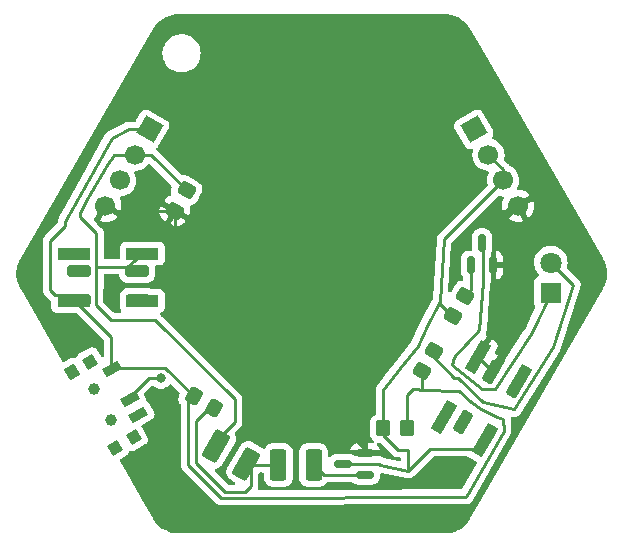
<source format=gbr>
%TF.GenerationSoftware,KiCad,Pcbnew,(6.0.5-0)*%
%TF.CreationDate,2022-06-08T15:30:43+08:00*%
%TF.ProjectId,dtl,64746c2e-6b69-4636-9164-5f7063625858,rev?*%
%TF.SameCoordinates,Original*%
%TF.FileFunction,Copper,L1,Top*%
%TF.FilePolarity,Positive*%
%FSLAX46Y46*%
G04 Gerber Fmt 4.6, Leading zero omitted, Abs format (unit mm)*
G04 Created by KiCad (PCBNEW (6.0.5-0)) date 2022-06-08 15:30:43*
%MOMM*%
%LPD*%
G01*
G04 APERTURE LIST*
G04 Aperture macros list*
%AMRoundRect*
0 Rectangle with rounded corners*
0 $1 Rounding radius*
0 $2 $3 $4 $5 $6 $7 $8 $9 X,Y pos of 4 corners*
0 Add a 4 corners polygon primitive as box body*
4,1,4,$2,$3,$4,$5,$6,$7,$8,$9,$2,$3,0*
0 Add four circle primitives for the rounded corners*
1,1,$1+$1,$2,$3*
1,1,$1+$1,$4,$5*
1,1,$1+$1,$6,$7*
1,1,$1+$1,$8,$9*
0 Add four rect primitives between the rounded corners*
20,1,$1+$1,$2,$3,$4,$5,0*
20,1,$1+$1,$4,$5,$6,$7,0*
20,1,$1+$1,$6,$7,$8,$9,0*
20,1,$1+$1,$8,$9,$2,$3,0*%
%AMHorizOval*
0 Thick line with rounded ends*
0 $1 width*
0 $2 $3 position (X,Y) of the first rounded end (center of the circle)*
0 $4 $5 position (X,Y) of the second rounded end (center of the circle)*
0 Add line between two ends*
20,1,$1,$2,$3,$4,$5,0*
0 Add two circle primitives to create the rounded ends*
1,1,$1,$2,$3*
1,1,$1,$4,$5*%
%AMRotRect*
0 Rectangle, with rotation*
0 The origin of the aperture is its center*
0 $1 length*
0 $2 width*
0 $3 Rotation angle, in degrees counterclockwise*
0 Add horizontal line*
21,1,$1,$2,0,0,$3*%
G04 Aperture macros list end*
%TA.AperFunction,ComponentPad*%
%ADD10R,1.800000X1.800000*%
%TD*%
%TA.AperFunction,ComponentPad*%
%ADD11C,1.800000*%
%TD*%
%TA.AperFunction,SMDPad,CuDef*%
%ADD12RotRect,0.800000X1.500000X300.000000*%
%TD*%
%TA.AperFunction,SMDPad,CuDef*%
%ADD13RotRect,1.000000X1.000000X300.000000*%
%TD*%
%TA.AperFunction,SMDPad,CuDef*%
%ADD14RotRect,1.100000X1.000000X300.000000*%
%TD*%
%TA.AperFunction,ComponentPad*%
%ADD15C,1.000000*%
%TD*%
%TA.AperFunction,SMDPad,CuDef*%
%ADD16RoundRect,0.250000X0.350000X0.450000X-0.350000X0.450000X-0.350000X-0.450000X0.350000X-0.450000X0*%
%TD*%
%TA.AperFunction,ComponentPad*%
%ADD17RotRect,1.700000X1.700000X30.000000*%
%TD*%
%TA.AperFunction,ComponentPad*%
%ADD18HorizOval,1.700000X0.000000X0.000000X0.000000X0.000000X0*%
%TD*%
%TA.AperFunction,SMDPad,CuDef*%
%ADD19RoundRect,0.250001X-0.938035X-0.699727X-0.136964X-1.162226X0.938035X0.699727X0.136964X1.162226X0*%
%TD*%
%TA.AperFunction,SMDPad,CuDef*%
%ADD20RoundRect,0.150000X0.587500X0.150000X-0.587500X0.150000X-0.587500X-0.150000X0.587500X-0.150000X0*%
%TD*%
%TA.AperFunction,SMDPad,CuDef*%
%ADD21RoundRect,0.150000X0.150000X-0.587500X0.150000X0.587500X-0.150000X0.587500X-0.150000X-0.587500X0*%
%TD*%
%TA.AperFunction,SMDPad,CuDef*%
%ADD22RoundRect,0.250000X0.214711X-0.528109X0.564711X0.078109X-0.214711X0.528109X-0.564711X-0.078109X0*%
%TD*%
%TA.AperFunction,ComponentPad*%
%ADD23RotRect,1.700000X1.700000X330.000000*%
%TD*%
%TA.AperFunction,ComponentPad*%
%ADD24HorizOval,1.700000X0.000000X0.000000X0.000000X0.000000X0*%
%TD*%
%TA.AperFunction,SMDPad,CuDef*%
%ADD25RoundRect,0.250000X-0.750000X0.250000X-0.750000X-0.250000X0.750000X-0.250000X0.750000X0.250000X0*%
%TD*%
%TA.AperFunction,SMDPad,CuDef*%
%ADD26R,2.800000X1.000000*%
%TD*%
%TA.AperFunction,SMDPad,CuDef*%
%ADD27RoundRect,0.250001X0.462499X1.074999X-0.462499X1.074999X-0.462499X-1.074999X0.462499X-1.074999X0*%
%TD*%
%TA.AperFunction,SMDPad,CuDef*%
%ADD28RotRect,2.800000X1.000000X240.000000*%
%TD*%
%TA.AperFunction,SMDPad,CuDef*%
%ADD29RoundRect,0.250000X-0.591506X-0.524519X-0.158494X-0.774519X0.591506X0.524519X0.158494X0.774519X0*%
%TD*%
%TA.AperFunction,SMDPad,CuDef*%
%ADD30RoundRect,0.250000X-0.214711X0.528109X-0.564711X-0.078109X0.214711X-0.528109X0.564711X0.078109X0*%
%TD*%
%TA.AperFunction,SMDPad,CuDef*%
%ADD31RoundRect,0.250000X-0.528109X-0.214711X0.078109X-0.564711X0.528109X0.214711X-0.078109X0.564711X0*%
%TD*%
%TA.AperFunction,ViaPad*%
%ADD32C,0.800000*%
%TD*%
%TA.AperFunction,Conductor*%
%ADD33C,0.250000*%
%TD*%
G04 APERTURE END LIST*
D10*
%TO.P,D10,1,K*%
%TO.N,Net-(D10-Pad1)*%
X167881705Y-61904927D03*
D11*
%TO.P,D10,2,A*%
%TO.N,Net-(D10-Pad2)*%
X167881705Y-59364927D03*
%TD*%
D12*
%TO.P,SW3,1,A*%
%TO.N,Net-(R10-Pad1)*%
X130709087Y-68351443D03*
%TO.P,SW3,2,B*%
%TO.N,Net-(BT2-Pad1)*%
X132209087Y-70949519D03*
%TO.P,SW3,3,C*%
%TO.N,unconnected-(SW3-Pad3)*%
X132959087Y-72248557D03*
D13*
%TO.P,SW3,4*%
%TO.N,N/C*%
X128858254Y-67745706D03*
%TO.P,SW3,5*%
X132558254Y-74154294D03*
D14*
%TO.P,SW3,6*%
X127299408Y-68645706D03*
D13*
%TO.P,SW3,7*%
X130999408Y-75054294D03*
D15*
%TO.P,SW3,8*%
X129178831Y-70100962D03*
%TO.P,SW3,9*%
X130678831Y-72699038D03*
%TD*%
D16*
%TO.P,R10,1*%
%TO.N,Net-(R10-Pad1)*%
X155700000Y-73400000D03*
%TO.P,R10,2*%
%TO.N,Net-(J7-Pad2)*%
X153700000Y-73400000D03*
%TD*%
D17*
%TO.P,J7,1,Pin_1*%
%TO.N,unconnected-(J7-Pad1)*%
X161346705Y-48069927D03*
D18*
%TO.P,J7,2,Pin_2*%
%TO.N,Net-(J7-Pad2)*%
X162596705Y-50234991D03*
%TO.P,J7,3,Pin_3*%
X163846705Y-52400054D03*
%TO.P,J7,4,Pin_4*%
%TO.N,GND3*%
X165096705Y-54565118D03*
%TD*%
D19*
%TO.P,D3,1,K*%
%TO.N,Net-(D3-Pad1)*%
X139523574Y-74912500D03*
%TO.P,D3,2,A*%
%TO.N,Net-(D3-Pad2)*%
X142100000Y-76400000D03*
%TD*%
D20*
%TO.P,Q2,1,B*%
%TO.N,Net-(D6-Pad1)*%
X152137500Y-77350000D03*
%TO.P,Q2,2,E*%
%TO.N,GND3*%
X152137500Y-75450000D03*
%TO.P,Q2,3,C*%
%TO.N,Net-(J7-Pad2)*%
X150262500Y-76400000D03*
%TD*%
D21*
%TO.P,Q5,1,B*%
%TO.N,Net-(Q5-Pad1)*%
X161100000Y-59600000D03*
%TO.P,Q5,2,E*%
%TO.N,GND3*%
X163000000Y-59600000D03*
%TO.P,Q5,3,C*%
%TO.N,Net-(D10-Pad1)*%
X162050000Y-57725000D03*
%TD*%
D22*
%TO.P,R13,1*%
%TO.N,Net-(R10-Pad1)*%
X157000000Y-68566025D03*
%TO.P,R13,2*%
%TO.N,Net-(D10-Pad2)*%
X158000000Y-66833975D03*
%TD*%
D23*
%TO.P,J5,1,Pin_1*%
%TO.N,Net-(R10-Pad1)*%
X133911705Y-48074031D03*
D24*
%TO.P,J5,2,Pin_2*%
%TO.N,Net-(D3-Pad1)*%
X132661705Y-50239095D03*
%TO.P,J5,3,Pin_3*%
%TO.N,unconnected-(J5-Pad3)*%
X131411705Y-52404158D03*
%TO.P,J5,4,Pin_4*%
%TO.N,GND3*%
X130161705Y-54569222D03*
%TD*%
D25*
%TO.P,SW11,1,1*%
%TO.N,unconnected-(SW11-Pad1)*%
X132900000Y-62500000D03*
%TO.P,SW11,2,2*%
%TO.N,Net-(R10-Pad1)*%
X127950000Y-62500000D03*
%TO.P,SW11,3,K*%
%TO.N,Net-(D3-Pad1)*%
X132850000Y-60100000D03*
%TO.P,SW11,4,A*%
%TO.N,unconnected-(SW11-Pad4)*%
X127950000Y-60100000D03*
%TD*%
D26*
%TO.P,SW13,1,1*%
%TO.N,unconnected-(SW13-Pad1)*%
X133300000Y-62600000D03*
%TO.P,SW13,2,2*%
%TO.N,Net-(R10-Pad1)*%
X127500000Y-62600000D03*
%TO.P,SW13,3,K*%
%TO.N,Net-(D3-Pad1)*%
X133300000Y-58600000D03*
%TO.P,SW13,4,A*%
%TO.N,unconnected-(SW13-Pad4)*%
X127500000Y-58600000D03*
%TD*%
D27*
%TO.P,D6,1,K*%
%TO.N,Net-(D6-Pad1)*%
X147787500Y-76500000D03*
%TO.P,D6,2,A*%
%TO.N,Net-(D3-Pad2)*%
X144812500Y-76500000D03*
%TD*%
D28*
%TO.P,SW12,1,1*%
%TO.N,unconnected-(SW12-Pad1)*%
X165182051Y-69388526D03*
%TO.P,SW12,2,2*%
%TO.N,Net-(J7-Pad2)*%
X162282051Y-74411474D03*
%TO.P,SW12,3,K*%
%TO.N,GND3*%
X161717949Y-67388526D03*
%TO.P,SW12,4,A*%
%TO.N,unconnected-(SW12-Pad4)*%
X158817949Y-72411474D03*
%TD*%
D29*
%TO.P,SW4,1,1*%
%TO.N,unconnected-(SW4-Pad1)*%
X164963461Y-69806699D03*
%TO.P,SW4,2,2*%
%TO.N,Net-(J7-Pad2)*%
X162488461Y-74093525D03*
%TO.P,SW4,3,K*%
%TO.N,GND3*%
X162860000Y-68650000D03*
%TO.P,SW4,4,A*%
%TO.N,unconnected-(SW4-Pad4)*%
X160410000Y-72893525D03*
%TD*%
D22*
%TO.P,R14,1*%
%TO.N,Net-(J7-Pad2)*%
X159600000Y-63932050D03*
%TO.P,R14,2*%
%TO.N,Net-(Q5-Pad1)*%
X160600000Y-62200000D03*
%TD*%
D30*
%TO.P,R5,1*%
%TO.N,Net-(D3-Pad1)*%
X137031705Y-53254927D03*
%TO.P,R5,2*%
%TO.N,GND3*%
X136031705Y-54986977D03*
%TD*%
D31*
%TO.P,R8,1*%
%TO.N,Net-(R10-Pad1)*%
X137627950Y-70650000D03*
%TO.P,R8,2*%
%TO.N,Net-(D3-Pad2)*%
X139360000Y-71650000D03*
%TD*%
D32*
%TO.N,Net-(BT2-Pad1)*%
X134860000Y-69150000D03*
%TO.N,GND3*%
X157610000Y-80400000D03*
X136360000Y-80400000D03*
%TD*%
D33*
%TO.N,GND3*%
X136031705Y-54986977D02*
X136031705Y-63203927D01*
X136031705Y-63203927D02*
X146140705Y-73312927D01*
X163058270Y-68428238D02*
X163809389Y-67677119D01*
X130161705Y-54569222D02*
X130579460Y-54986977D01*
X152137500Y-75450000D02*
X152137500Y-75137500D01*
X162860000Y-68530577D02*
X161717949Y-67388526D01*
%TO.N,Net-(R10-Pad1)*%
X132125969Y-48074031D02*
X133911705Y-48074031D01*
X126760000Y-56290978D02*
X126760000Y-55960000D01*
X163300000Y-72400000D02*
X163860000Y-72650000D01*
X156986486Y-70113514D02*
X160100000Y-70200000D01*
X125900000Y-62100000D02*
X125500000Y-61700000D01*
X125500000Y-57550978D02*
X126760000Y-56290978D01*
X155700000Y-70600000D02*
X156200000Y-70100000D01*
X163900000Y-73600000D02*
X160700000Y-79200000D01*
X130651961Y-68256370D02*
X135234320Y-68256370D01*
X137200000Y-76500000D02*
X137200000Y-71077950D01*
X155700000Y-73400000D02*
X155700000Y-70600000D01*
X157000000Y-70100000D02*
X156986486Y-70113514D01*
X125500000Y-61700000D02*
X125500000Y-57550978D01*
X162000000Y-71800000D02*
X163300000Y-72400000D01*
X130651961Y-65651961D02*
X130651961Y-68256370D01*
X126900000Y-55600000D02*
X130700000Y-48800000D01*
X130700000Y-48800000D02*
X132125969Y-48074031D01*
X156500000Y-70100000D02*
X156986486Y-70113514D01*
X126760000Y-55960000D02*
X126900000Y-55600000D01*
X127100000Y-62100000D02*
X125900000Y-62100000D01*
X139981927Y-79281927D02*
X137200000Y-76500000D01*
X160100000Y-70200000D02*
X161085000Y-71150000D01*
X127100000Y-62100000D02*
X130651961Y-65651961D01*
X135234320Y-68256370D02*
X137627950Y-70650000D01*
X137200000Y-71077950D02*
X137627950Y-70650000D01*
X156200000Y-70100000D02*
X156500000Y-70100000D01*
X160700000Y-79200000D02*
X139981927Y-79281927D01*
X161085000Y-71150000D02*
X162000000Y-71800000D01*
%TO.N,GND3*%
X163092705Y-56569118D02*
X165096705Y-54565118D01*
X152137500Y-75137500D02*
X150553812Y-73553812D01*
X163809389Y-65200611D02*
X163092705Y-64483927D01*
X146140705Y-73312927D02*
X150553812Y-73553812D01*
%TO.N,Net-(R10-Pad1)*%
X163860000Y-72650000D02*
X163900000Y-73600000D01*
X157000000Y-68566025D02*
X157000000Y-70100000D01*
%TO.N,Net-(Q5-Pad1)*%
X161100000Y-59600000D02*
X161100000Y-61700000D01*
X161100000Y-61700000D02*
X160600000Y-62200000D01*
%TO.N,Net-(J7-Pad2)*%
X153300000Y-76400000D02*
X153400000Y-76500000D01*
X153700000Y-70150000D02*
X153700000Y-73400000D01*
X155800000Y-77000000D02*
X155800000Y-75200000D01*
X155100000Y-68300000D02*
X153700000Y-70150000D01*
X158396875Y-62796875D02*
X157400000Y-64700000D01*
X163846705Y-52400054D02*
X158840705Y-57406054D01*
X158500000Y-62600000D02*
X158396875Y-62796875D01*
X159532050Y-63932050D02*
X158396875Y-62796875D01*
X162488461Y-74093525D02*
X161431986Y-75150000D01*
X161431986Y-75150000D02*
X157650000Y-75150000D01*
X162596705Y-50234991D02*
X163846705Y-51484991D01*
X153400000Y-76500000D02*
X155800000Y-77000000D01*
X150262500Y-76400000D02*
X153300000Y-76400000D01*
X155800000Y-75200000D02*
X154900000Y-75200000D01*
X157400000Y-64700000D02*
X156600000Y-66400000D01*
X154900000Y-75200000D02*
X153700000Y-74000000D01*
X158840705Y-57406054D02*
X158500000Y-62600000D01*
X156600000Y-66400000D02*
X155100000Y-68300000D01*
X159600000Y-63932050D02*
X159532050Y-63932050D01*
X163846705Y-51484991D02*
X163846705Y-52400054D01*
X153700000Y-74000000D02*
X153700000Y-73400000D01*
X157650000Y-75150000D02*
X155800000Y-77000000D01*
%TO.N,GND3*%
X163809389Y-67677119D02*
X163809389Y-65200611D01*
X163092705Y-62868927D02*
X163092705Y-56569118D01*
X162860000Y-68650000D02*
X162860000Y-68530577D01*
X163092705Y-64483927D02*
X163092705Y-62868927D01*
X130579460Y-54986977D02*
X136031705Y-54986977D01*
%TO.N,Net-(D6-Pad1)*%
X148637500Y-77350000D02*
X147787500Y-76500000D01*
X152137500Y-77350000D02*
X148637500Y-77350000D01*
%TO.N,Net-(D3-Pad2)*%
X138950000Y-71650000D02*
X137800000Y-72800000D01*
X142487500Y-76500000D02*
X144812500Y-76500000D01*
X140300000Y-78800000D02*
X142000000Y-78800000D01*
X142000000Y-78800000D02*
X142487500Y-78312500D01*
X137800000Y-76300000D02*
X140300000Y-78800000D01*
X137800000Y-72800000D02*
X137800000Y-76300000D01*
X142487500Y-78312500D02*
X142487500Y-76500000D01*
X139360000Y-71650000D02*
X138950000Y-71650000D01*
%TO.N,Net-(D3-Pad1)*%
X129397810Y-58097810D02*
X129397810Y-56897810D01*
X132661705Y-50239095D02*
X134015873Y-50239095D01*
X129397810Y-56897810D02*
X128000000Y-55500000D01*
X129387954Y-59712046D02*
X129352475Y-62987402D01*
X132000000Y-59700000D02*
X131987954Y-59712046D01*
X128000000Y-55200000D02*
X128600000Y-54000000D01*
X139512500Y-74487500D02*
X141097205Y-72902795D01*
X129397810Y-58802190D02*
X129397810Y-58097810D01*
X130610000Y-64244927D02*
X134405706Y-64244927D01*
X129352475Y-62987402D02*
X130610000Y-64244927D01*
%TO.N,Net-(D10-Pad1)*%
X163143007Y-70100489D02*
X166200000Y-65400000D01*
X161800000Y-65100000D02*
X159700000Y-67400000D01*
X162142705Y-60993927D02*
X162142705Y-57817705D01*
X162060489Y-70100489D02*
X163143007Y-70100489D01*
%TO.N,Net-(D10-Pad2)*%
X162107754Y-71197754D02*
X160010000Y-69100000D01*
%TO.N,Net-(D10-Pad1)*%
X166200000Y-65400000D02*
X167881705Y-61904927D01*
X162142705Y-60993927D02*
X161800000Y-65100000D01*
%TO.N,Net-(D10-Pad2)*%
X169762705Y-61245927D02*
X168100000Y-66495393D01*
%TO.N,Net-(D10-Pad1)*%
X159700000Y-67400000D02*
X159500000Y-68000000D01*
%TO.N,Net-(D10-Pad2)*%
X159700000Y-69100000D02*
X158000000Y-67400000D01*
X167881705Y-59364927D02*
X169762705Y-61245927D01*
X160010000Y-69100000D02*
X159700000Y-69100000D01*
X168100000Y-66495393D02*
X164800000Y-71800000D01*
%TO.N,Net-(D10-Pad1)*%
X162142705Y-57817705D02*
X162050000Y-57725000D01*
%TO.N,Net-(D10-Pad2)*%
X164800000Y-71800000D02*
X162107754Y-71197754D01*
X158000000Y-67400000D02*
X158000000Y-66833975D01*
%TO.N,Net-(D10-Pad1)*%
X159500000Y-68000000D02*
X162060489Y-70100489D01*
%TO.N,Net-(BT2-Pad1)*%
X133856407Y-69150000D02*
X132151961Y-70854446D01*
X134860000Y-69150000D02*
X133856407Y-69150000D01*
%TO.N,Net-(D3-Pad1)*%
X133300000Y-58600000D02*
X132000000Y-59700000D01*
X128600000Y-54000000D02*
X130300000Y-51100000D01*
X134015873Y-50239095D02*
X137031705Y-53254927D01*
X134405706Y-64244927D02*
X141097205Y-70936427D01*
X128000000Y-55500000D02*
X128000000Y-55200000D01*
X129387954Y-59712046D02*
X129397810Y-58802190D01*
X130860905Y-50239095D02*
X132661705Y-50239095D01*
X131987954Y-59712046D02*
X129387954Y-59712046D01*
X130300000Y-51100000D02*
X130860905Y-50239095D01*
X141097205Y-70936427D02*
X141097205Y-72902795D01*
%TD*%
%TA.AperFunction,Conductor*%
%TO.N,GND3*%
G36*
X158855010Y-38319927D02*
G01*
X158869845Y-38322237D01*
X158869846Y-38322237D01*
X158878716Y-38323618D01*
X158887618Y-38322454D01*
X158887620Y-38322454D01*
X158896323Y-38321316D01*
X158919983Y-38320465D01*
X159166917Y-38334847D01*
X159181459Y-38336546D01*
X159452347Y-38384310D01*
X159466594Y-38387687D01*
X159730111Y-38466578D01*
X159743873Y-38471588D01*
X159996434Y-38580532D01*
X160009528Y-38587108D01*
X160247737Y-38724639D01*
X160259979Y-38732691D01*
X160480602Y-38896940D01*
X160491827Y-38906358D01*
X160691902Y-39095120D01*
X160701957Y-39105778D01*
X160878758Y-39316483D01*
X160887508Y-39328236D01*
X161019439Y-39528829D01*
X161031680Y-39552605D01*
X161035057Y-39561335D01*
X161040514Y-39568459D01*
X161054416Y-39586610D01*
X161063505Y-39600226D01*
X161701830Y-40705838D01*
X172275903Y-59020667D01*
X172276339Y-59021423D01*
X172284729Y-59038953D01*
X172293387Y-59061332D01*
X172298847Y-59068460D01*
X172304179Y-59075422D01*
X172316750Y-59095494D01*
X172320066Y-59102096D01*
X172427755Y-59316533D01*
X172433558Y-59329985D01*
X172527633Y-59588460D01*
X172531835Y-59602498D01*
X172578170Y-59798010D01*
X172592830Y-59859865D01*
X172595264Y-59870137D01*
X172597808Y-59884566D01*
X172629738Y-60157762D01*
X172630590Y-60172390D01*
X172630588Y-60447447D01*
X172629736Y-60462075D01*
X172597801Y-60735278D01*
X172595256Y-60749707D01*
X172531824Y-61017340D01*
X172527622Y-61031377D01*
X172433543Y-61289853D01*
X172427743Y-61303299D01*
X172319937Y-61517955D01*
X172305468Y-61540442D01*
X172299667Y-61547644D01*
X172296225Y-61555933D01*
X172296221Y-61555940D01*
X172287457Y-61577046D01*
X172280210Y-61591726D01*
X169224254Y-66884797D01*
X161700776Y-79915844D01*
X161067377Y-81012923D01*
X161056389Y-81028955D01*
X161041337Y-81047642D01*
X161036819Y-81058524D01*
X161034531Y-81064034D01*
X161023435Y-81084954D01*
X160887513Y-81291610D01*
X160878767Y-81303358D01*
X160749289Y-81457661D01*
X160701959Y-81514065D01*
X160691904Y-81524723D01*
X160491828Y-81713482D01*
X160480603Y-81722900D01*
X160259979Y-81887146D01*
X160247737Y-81895198D01*
X160009523Y-82032729D01*
X159996429Y-82039304D01*
X159743872Y-82148245D01*
X159730104Y-82153257D01*
X159466598Y-82232144D01*
X159452343Y-82235522D01*
X159452196Y-82235548D01*
X159181458Y-82283286D01*
X159166914Y-82284985D01*
X159044197Y-82292132D01*
X158927138Y-82298949D01*
X158900431Y-82297662D01*
X158900145Y-82297618D01*
X158900144Y-82297618D01*
X158891268Y-82296236D01*
X158882366Y-82297400D01*
X158882364Y-82297400D01*
X158867315Y-82299368D01*
X158859706Y-82300363D01*
X158843371Y-82301427D01*
X136417692Y-82301427D01*
X136398308Y-82299927D01*
X136383474Y-82297617D01*
X136383471Y-82297617D01*
X136374601Y-82296236D01*
X136365699Y-82297400D01*
X136365695Y-82297400D01*
X136356996Y-82298538D01*
X136333336Y-82299389D01*
X136086400Y-82285009D01*
X136071860Y-82283310D01*
X135800971Y-82235547D01*
X135786724Y-82232170D01*
X135523208Y-82153279D01*
X135509443Y-82148269D01*
X135509388Y-82148245D01*
X135256884Y-82039325D01*
X135243791Y-82032750D01*
X135005588Y-81895222D01*
X134993345Y-81887170D01*
X134772710Y-81722911D01*
X134761496Y-81713501D01*
X134561406Y-81524723D01*
X134551380Y-81514096D01*
X134374558Y-81303363D01*
X134365818Y-81291622D01*
X134233871Y-81091000D01*
X134221629Y-81067221D01*
X134218265Y-81058524D01*
X134198901Y-81033241D01*
X134189820Y-81019637D01*
X133554599Y-79919401D01*
X131970273Y-77175269D01*
X131376398Y-76146647D01*
X131359660Y-76077652D01*
X131382880Y-76010560D01*
X131422517Y-75974528D01*
X131448546Y-75959500D01*
X131978356Y-75653614D01*
X132028830Y-75616673D01*
X132041706Y-75601026D01*
X132115676Y-75511131D01*
X132121381Y-75504198D01*
X132124910Y-75495943D01*
X132124913Y-75495939D01*
X132159570Y-75414883D01*
X132204742Y-75360111D01*
X132272355Y-75338455D01*
X132290450Y-75339317D01*
X132386896Y-75350903D01*
X132395752Y-75349429D01*
X132395754Y-75349429D01*
X132522787Y-75328286D01*
X132522790Y-75328285D01*
X132530577Y-75326989D01*
X132587806Y-75301748D01*
X133537202Y-74753614D01*
X133587676Y-74716673D01*
X133599427Y-74702393D01*
X133674522Y-74611131D01*
X133680227Y-74604198D01*
X133737490Y-74470269D01*
X133739505Y-74453500D01*
X133751923Y-74350124D01*
X133754863Y-74325652D01*
X133751923Y-74307988D01*
X133732246Y-74189761D01*
X133732245Y-74189758D01*
X133730949Y-74181971D01*
X133705708Y-74124742D01*
X133223891Y-73290210D01*
X133207153Y-73221215D01*
X133230373Y-73154123D01*
X133270010Y-73118091D01*
X133281916Y-73111217D01*
X134104541Y-72636274D01*
X134155015Y-72599333D01*
X134204732Y-72538913D01*
X134241862Y-72493791D01*
X134247566Y-72486859D01*
X134270067Y-72434235D01*
X134287440Y-72393602D01*
X134304830Y-72352930D01*
X134322203Y-72208312D01*
X134314720Y-72163351D01*
X134299585Y-72072422D01*
X134299584Y-72072420D01*
X134298288Y-72064631D01*
X134273047Y-72007402D01*
X133824913Y-71231212D01*
X133809071Y-71209566D01*
X133792641Y-71187117D01*
X133792640Y-71187115D01*
X133787972Y-71180738D01*
X133721030Y-71125654D01*
X133682430Y-71093891D01*
X133675498Y-71088187D01*
X133643634Y-71074563D01*
X133588863Y-71029390D01*
X133567208Y-70961776D01*
X133568070Y-70943682D01*
X133571132Y-70918189D01*
X133572203Y-70909274D01*
X133569437Y-70892652D01*
X133549585Y-70773384D01*
X133549584Y-70773382D01*
X133548288Y-70765593D01*
X133523047Y-70708364D01*
X133450929Y-70583451D01*
X133434191Y-70514458D01*
X133457411Y-70447366D01*
X133470953Y-70431358D01*
X134072443Y-69829868D01*
X134134755Y-69795842D01*
X134205570Y-69800907D01*
X134245214Y-69824943D01*
X134248747Y-69828866D01*
X134298630Y-69865108D01*
X134370832Y-69917566D01*
X134403248Y-69941118D01*
X134409276Y-69943802D01*
X134409278Y-69943803D01*
X134571681Y-70016109D01*
X134577712Y-70018794D01*
X134671112Y-70038647D01*
X134758056Y-70057128D01*
X134758061Y-70057128D01*
X134764513Y-70058500D01*
X134955487Y-70058500D01*
X134961939Y-70057128D01*
X134961944Y-70057128D01*
X135048888Y-70038647D01*
X135142288Y-70018794D01*
X135148319Y-70016109D01*
X135310722Y-69943803D01*
X135310724Y-69943802D01*
X135316752Y-69941118D01*
X135349169Y-69917566D01*
X135421370Y-69865108D01*
X135471253Y-69828866D01*
X135590718Y-69696186D01*
X135651163Y-69658948D01*
X135722147Y-69660300D01*
X135773449Y-69691403D01*
X136098154Y-70016109D01*
X136420183Y-70338138D01*
X136454208Y-70400450D01*
X136449143Y-70471266D01*
X136440206Y-70490233D01*
X136417761Y-70529109D01*
X136374382Y-70626192D01*
X136373004Y-70632937D01*
X136373002Y-70632942D01*
X136355423Y-70718963D01*
X136338968Y-70799482D01*
X136340363Y-70845146D01*
X136343855Y-70959411D01*
X136344370Y-70976270D01*
X136346269Y-70983334D01*
X136346270Y-70983338D01*
X136382374Y-71117609D01*
X136390296Y-71147073D01*
X136393772Y-71153516D01*
X136393774Y-71153520D01*
X136435694Y-71231212D01*
X136474284Y-71302732D01*
X136479147Y-71308200D01*
X136479148Y-71308201D01*
X136534649Y-71370603D01*
X136564975Y-71434797D01*
X136566500Y-71454340D01*
X136566500Y-76421233D01*
X136565973Y-76432416D01*
X136564298Y-76439909D01*
X136564547Y-76447835D01*
X136564547Y-76447836D01*
X136566438Y-76507986D01*
X136566500Y-76511945D01*
X136566500Y-76539856D01*
X136566997Y-76543790D01*
X136566997Y-76543791D01*
X136567005Y-76543856D01*
X136567938Y-76555693D01*
X136569327Y-76599889D01*
X136574978Y-76619339D01*
X136578987Y-76638700D01*
X136581526Y-76658797D01*
X136584445Y-76666168D01*
X136584445Y-76666170D01*
X136597804Y-76699912D01*
X136601649Y-76711142D01*
X136613982Y-76753593D01*
X136618015Y-76760412D01*
X136618017Y-76760417D01*
X136624293Y-76771028D01*
X136632988Y-76788776D01*
X136640448Y-76807617D01*
X136645110Y-76814033D01*
X136645110Y-76814034D01*
X136666436Y-76843387D01*
X136672952Y-76853307D01*
X136695458Y-76891362D01*
X136709779Y-76905683D01*
X136722619Y-76920716D01*
X136734528Y-76937107D01*
X136740634Y-76942158D01*
X136768605Y-76965298D01*
X136777384Y-76973288D01*
X139478013Y-79673918D01*
X139485685Y-79682315D01*
X139487266Y-79684211D01*
X139491540Y-79690887D01*
X139504306Y-79702780D01*
X139540281Y-79736296D01*
X139543487Y-79739392D01*
X139562157Y-79758062D01*
X139566536Y-79761458D01*
X139575193Y-79768821D01*
X139608652Y-79799993D01*
X139625118Y-79808960D01*
X139642069Y-79820048D01*
X139656886Y-79831541D01*
X139664160Y-79834689D01*
X139664164Y-79834691D01*
X139698840Y-79849696D01*
X139709064Y-79854679D01*
X139742259Y-79872758D01*
X139742262Y-79872759D01*
X139749217Y-79876547D01*
X139756901Y-79878488D01*
X139756902Y-79878488D01*
X139767396Y-79881139D01*
X139786575Y-79887663D01*
X139796508Y-79891961D01*
X139796512Y-79891962D01*
X139803782Y-79895108D01*
X139835490Y-79900130D01*
X139848933Y-79902259D01*
X139860076Y-79904544D01*
X139904403Y-79915739D01*
X139912330Y-79915708D01*
X139912332Y-79915708D01*
X139920577Y-79915675D01*
X139923152Y-79915665D01*
X139943355Y-79917215D01*
X139961870Y-79920147D01*
X140007393Y-79915843D01*
X140018733Y-79915287D01*
X160622868Y-79833809D01*
X160633688Y-79834905D01*
X160633737Y-79834285D01*
X160641642Y-79834914D01*
X160649402Y-79836527D01*
X160657318Y-79836160D01*
X160657320Y-79836160D01*
X160673894Y-79835391D01*
X160713305Y-79833563D01*
X160718604Y-79833431D01*
X160728874Y-79833390D01*
X160738402Y-79833353D01*
X160738409Y-79833353D01*
X160742361Y-79833337D01*
X160750501Y-79832276D01*
X160760938Y-79831355D01*
X160809290Y-79829113D01*
X160816869Y-79826788D01*
X160816874Y-79826787D01*
X160824655Y-79824400D01*
X160845322Y-79819916D01*
X160845954Y-79819834D01*
X160861241Y-79817841D01*
X160906150Y-79799854D01*
X160916041Y-79796363D01*
X160954734Y-79784493D01*
X160954738Y-79784491D01*
X160962311Y-79782168D01*
X160969071Y-79778033D01*
X160969073Y-79778032D01*
X160976014Y-79773786D01*
X160994917Y-79764303D01*
X161002468Y-79761279D01*
X161002471Y-79761277D01*
X161009827Y-79758331D01*
X161016218Y-79753649D01*
X161016225Y-79753645D01*
X161048856Y-79729739D01*
X161057568Y-79723897D01*
X161092088Y-79702780D01*
X161092089Y-79702779D01*
X161098849Y-79698644D01*
X161110040Y-79687115D01*
X161125981Y-79673237D01*
X161138944Y-79663740D01*
X161148597Y-79651977D01*
X161169636Y-79626341D01*
X161176620Y-79618518D01*
X161204805Y-79589478D01*
X161210326Y-79583790D01*
X161218300Y-79569836D01*
X161230291Y-79552428D01*
X161235452Y-79546139D01*
X161235453Y-79546137D01*
X161240482Y-79540009D01*
X161243828Y-79532825D01*
X161243833Y-79532817D01*
X161260912Y-79496147D01*
X161265731Y-79486833D01*
X164413603Y-73978055D01*
X164424333Y-73962881D01*
X164426737Y-73959262D01*
X164431918Y-73953257D01*
X164457621Y-73901453D01*
X164461066Y-73894995D01*
X164469806Y-73879699D01*
X164475319Y-73866420D01*
X164478806Y-73858756D01*
X164503058Y-73809877D01*
X164504724Y-73802029D01*
X164505109Y-73800221D01*
X164511988Y-73778090D01*
X164512732Y-73776298D01*
X164512734Y-73776291D01*
X164515771Y-73768975D01*
X164523496Y-73715000D01*
X164524973Y-73706679D01*
X164534660Y-73661061D01*
X164534660Y-73661059D01*
X164536306Y-73653309D01*
X164535973Y-73645393D01*
X164535973Y-73645389D01*
X164535891Y-73643450D01*
X164537050Y-73620301D01*
X164537325Y-73618382D01*
X164537325Y-73618374D01*
X164538448Y-73610529D01*
X164535718Y-73585621D01*
X164532505Y-73556306D01*
X164531867Y-73547878D01*
X164495306Y-72679531D01*
X164495897Y-72660939D01*
X164497572Y-72645150D01*
X164497572Y-72645147D01*
X164498408Y-72637267D01*
X164497258Y-72629426D01*
X164497258Y-72629420D01*
X164492507Y-72597024D01*
X164491982Y-72591416D01*
X164491845Y-72591430D01*
X164491430Y-72587485D01*
X164491263Y-72583529D01*
X164486776Y-72557033D01*
X164495123Y-72486529D01*
X164540263Y-72431730D01*
X164607863Y-72410034D01*
X164638510Y-72413033D01*
X164642379Y-72413898D01*
X164653472Y-72416380D01*
X164656182Y-72417018D01*
X164725659Y-72434193D01*
X164733582Y-72434122D01*
X164733583Y-72434122D01*
X164739069Y-72434073D01*
X164766405Y-72433827D01*
X164779392Y-72434382D01*
X164819953Y-72438223D01*
X164843405Y-72434513D01*
X164861958Y-72432970D01*
X164885712Y-72432757D01*
X164925075Y-72422273D01*
X164937812Y-72419576D01*
X164978047Y-72413210D01*
X164999844Y-72403782D01*
X165017434Y-72397673D01*
X165032719Y-72393602D01*
X165032722Y-72393601D01*
X165040380Y-72391561D01*
X165053214Y-72384355D01*
X165075897Y-72371618D01*
X165087566Y-72365838D01*
X165117676Y-72352814D01*
X165124952Y-72349667D01*
X165143722Y-72335111D01*
X165159242Y-72324819D01*
X165173028Y-72317079D01*
X165173030Y-72317078D01*
X165179943Y-72313196D01*
X165209392Y-72285041D01*
X165219239Y-72276554D01*
X165251439Y-72251585D01*
X165265999Y-72232821D01*
X165278464Y-72219001D01*
X165295633Y-72202586D01*
X165317154Y-72167992D01*
X165324585Y-72157319D01*
X165349562Y-72125130D01*
X165358997Y-72103336D01*
X165367637Y-72086842D01*
X165381455Y-72064631D01*
X168637579Y-66830552D01*
X168679765Y-66762975D01*
X168689681Y-66731667D01*
X168695315Y-66717090D01*
X168705717Y-66694459D01*
X168705718Y-66694457D01*
X168709029Y-66687253D01*
X168714680Y-66656115D01*
X168718536Y-66640569D01*
X170347728Y-61496907D01*
X170355579Y-61477753D01*
X170359891Y-61469291D01*
X170359894Y-61469283D01*
X170363491Y-61462223D01*
X170373755Y-61416307D01*
X170376598Y-61405758D01*
X170377477Y-61402983D01*
X170377477Y-61402982D01*
X170378669Y-61399219D01*
X170383184Y-61374560D01*
X170384158Y-61369766D01*
X170398407Y-61306019D01*
X170398158Y-61298096D01*
X170398578Y-61293652D01*
X170398831Y-61289093D01*
X170400259Y-61281293D01*
X170395679Y-61216197D01*
X170395431Y-61211337D01*
X170393628Y-61153957D01*
X170393628Y-61153956D01*
X170393379Y-61146038D01*
X170391169Y-61138430D01*
X170390469Y-61134012D01*
X170389581Y-61129535D01*
X170389024Y-61121628D01*
X170368399Y-61059716D01*
X170366943Y-61055047D01*
X170362070Y-61038275D01*
X170348723Y-60992334D01*
X170344690Y-60985514D01*
X170342889Y-60981352D01*
X170340940Y-60977288D01*
X170338436Y-60969774D01*
X170305244Y-60918320D01*
X170303049Y-60914917D01*
X170300488Y-60910774D01*
X170267247Y-60854565D01*
X170261641Y-60848959D01*
X170258864Y-60845379D01*
X170255969Y-60841932D01*
X170251672Y-60835271D01*
X170203736Y-60790921D01*
X170200210Y-60787528D01*
X169273004Y-59860322D01*
X169238978Y-59798010D01*
X169241541Y-59734598D01*
X169253927Y-59693834D01*
X169263113Y-59663598D01*
X169293345Y-59433968D01*
X169295032Y-59364927D01*
X169281675Y-59202460D01*
X169276478Y-59139245D01*
X169276477Y-59139239D01*
X169276054Y-59134094D01*
X169243600Y-59004888D01*
X169220889Y-58914471D01*
X169220888Y-58914467D01*
X169219630Y-58909460D01*
X169207786Y-58882220D01*
X169129335Y-58701795D01*
X169129333Y-58701792D01*
X169127275Y-58697058D01*
X169001469Y-58502592D01*
X168993698Y-58494051D01*
X168909580Y-58401607D01*
X168845592Y-58331285D01*
X168841541Y-58328086D01*
X168841537Y-58328082D01*
X168667882Y-58190938D01*
X168667877Y-58190935D01*
X168663828Y-58187737D01*
X168659312Y-58185244D01*
X168659309Y-58185242D01*
X168465584Y-58078300D01*
X168465580Y-58078298D01*
X168461060Y-58075803D01*
X168456191Y-58074079D01*
X168456187Y-58074077D01*
X168247608Y-58000215D01*
X168247604Y-58000214D01*
X168242733Y-57998489D01*
X168237640Y-57997582D01*
X168237637Y-57997581D01*
X168019800Y-57958778D01*
X168019794Y-57958777D01*
X168014711Y-57957872D01*
X167941801Y-57956981D01*
X167788286Y-57955106D01*
X167788284Y-57955106D01*
X167783116Y-57955043D01*
X167554169Y-57990077D01*
X167334019Y-58062033D01*
X167329431Y-58064421D01*
X167329427Y-58064423D01*
X167302770Y-58078300D01*
X167128577Y-58168979D01*
X167124444Y-58172082D01*
X167124441Y-58172084D01*
X166947495Y-58304939D01*
X166943360Y-58308044D01*
X166783344Y-58475491D01*
X166780430Y-58479763D01*
X166780429Y-58479764D01*
X166722958Y-58564014D01*
X166652824Y-58666826D01*
X166555307Y-58876908D01*
X166493412Y-59100096D01*
X166468800Y-59330396D01*
X166469097Y-59335549D01*
X166469097Y-59335552D01*
X166474772Y-59433968D01*
X166482132Y-59561624D01*
X166483269Y-59566670D01*
X166483270Y-59566676D01*
X166511927Y-59693834D01*
X166533051Y-59787569D01*
X166534993Y-59792351D01*
X166534994Y-59792355D01*
X166572436Y-59884563D01*
X166620189Y-60002164D01*
X166622888Y-60006568D01*
X166724504Y-60172390D01*
X166741206Y-60199646D01*
X166820626Y-60291331D01*
X166853009Y-60328715D01*
X166882491Y-60393300D01*
X166872376Y-60463573D01*
X166825875Y-60517221D01*
X166802001Y-60529194D01*
X166746220Y-60550106D01*
X166735000Y-60554312D01*
X166618444Y-60641666D01*
X166531090Y-60758222D01*
X166479960Y-60894611D01*
X166473205Y-60956793D01*
X166473205Y-62853061D01*
X166479960Y-62915243D01*
X166531090Y-63051632D01*
X166536476Y-63058818D01*
X166543564Y-63068276D01*
X166568412Y-63134782D01*
X166556278Y-63198473D01*
X166291048Y-63749698D01*
X165650275Y-65081409D01*
X165642362Y-65095472D01*
X164087916Y-67485617D01*
X164034009Y-67531818D01*
X163963681Y-67541540D01*
X163908495Y-67519052D01*
X163876715Y-67496090D01*
X163871340Y-67492609D01*
X163849661Y-67480093D01*
X163834222Y-67476348D01*
X163832484Y-67476949D01*
X163827197Y-67482765D01*
X163015970Y-68887851D01*
X162964588Y-68936844D01*
X162894874Y-68950280D01*
X162843851Y-68933970D01*
X162622149Y-68805970D01*
X162573156Y-68754587D01*
X162559720Y-68684874D01*
X162576030Y-68633851D01*
X163384971Y-67232724D01*
X163388716Y-67217289D01*
X163388113Y-67215549D01*
X163382298Y-67210262D01*
X163356709Y-67195489D01*
X163350895Y-67192521D01*
X163263151Y-67153314D01*
X163250105Y-67149122D01*
X163215703Y-67142092D01*
X163152967Y-67108855D01*
X163118158Y-67046977D01*
X163122329Y-66976103D01*
X163131812Y-66955643D01*
X163313238Y-66641403D01*
X163316325Y-66635319D01*
X163336972Y-66588506D01*
X163341460Y-66573478D01*
X163362579Y-66446592D01*
X163362982Y-66428820D01*
X163347768Y-66302167D01*
X163343169Y-66285005D01*
X163293021Y-66167719D01*
X163283783Y-66152526D01*
X163202054Y-66053202D01*
X163190650Y-66042428D01*
X163149369Y-66012215D01*
X163143645Y-66008484D01*
X162907608Y-65872208D01*
X162892173Y-65868463D01*
X162890433Y-65869066D01*
X162885145Y-65874882D01*
X161873919Y-67626377D01*
X161822537Y-67675370D01*
X161752823Y-67688806D01*
X161701800Y-67672496D01*
X161480098Y-67544496D01*
X161431105Y-67493113D01*
X161417669Y-67423400D01*
X161433979Y-67372377D01*
X162442921Y-65624839D01*
X162446666Y-65609404D01*
X162446063Y-65607664D01*
X162440247Y-65602377D01*
X162403842Y-65581358D01*
X162354849Y-65529975D01*
X162341413Y-65460262D01*
X162355588Y-65413090D01*
X162359237Y-65406227D01*
X162363806Y-65399749D01*
X162366487Y-65392692D01*
X162367915Y-65389912D01*
X162372087Y-65383625D01*
X162394824Y-65318227D01*
X162396046Y-65314865D01*
X162417825Y-65257524D01*
X162420638Y-65250118D01*
X162421479Y-65242620D01*
X162422170Y-65239573D01*
X162424649Y-65232443D01*
X162430412Y-65163395D01*
X162430758Y-65159853D01*
X162432584Y-65143574D01*
X162438472Y-65091057D01*
X162437502Y-65084156D01*
X162437841Y-65074387D01*
X162768689Y-61110372D01*
X162772210Y-61089518D01*
X162774233Y-61081637D01*
X162776205Y-61073957D01*
X162776205Y-61025562D01*
X162776642Y-61015082D01*
X162776995Y-61010856D01*
X162776995Y-61010852D01*
X162777325Y-61006899D01*
X162776318Y-60983160D01*
X162776205Y-60977820D01*
X162776205Y-60824378D01*
X163254000Y-60824378D01*
X163257973Y-60837909D01*
X163265871Y-60839044D01*
X163405790Y-60798393D01*
X163420221Y-60792148D01*
X163549678Y-60715589D01*
X163562104Y-60705949D01*
X163668449Y-60599604D01*
X163678089Y-60587178D01*
X163754648Y-60457721D01*
X163760893Y-60443290D01*
X163803269Y-60297435D01*
X163805570Y-60284833D01*
X163807807Y-60256416D01*
X163808000Y-60251486D01*
X163808000Y-59872115D01*
X163803525Y-59856876D01*
X163802135Y-59855671D01*
X163794452Y-59854000D01*
X163272115Y-59854000D01*
X163256876Y-59858475D01*
X163255671Y-59859865D01*
X163254000Y-59867548D01*
X163254000Y-60824378D01*
X162776205Y-60824378D01*
X162776205Y-59327885D01*
X163254000Y-59327885D01*
X163258475Y-59343124D01*
X163259865Y-59344329D01*
X163267548Y-59346000D01*
X163789884Y-59346000D01*
X163805123Y-59341525D01*
X163806328Y-59340135D01*
X163807999Y-59332452D01*
X163807999Y-58948517D01*
X163807805Y-58943580D01*
X163805570Y-58915164D01*
X163803270Y-58902569D01*
X163760893Y-58756710D01*
X163754648Y-58742279D01*
X163678089Y-58612822D01*
X163668449Y-58600396D01*
X163562104Y-58494051D01*
X163549678Y-58484411D01*
X163420221Y-58407852D01*
X163405790Y-58401607D01*
X163271395Y-58362561D01*
X163257294Y-58362601D01*
X163254000Y-58369870D01*
X163254000Y-59327885D01*
X162776205Y-59327885D01*
X162776205Y-58666269D01*
X162793752Y-58602130D01*
X162805107Y-58582929D01*
X162805107Y-58582928D01*
X162809145Y-58576101D01*
X162855562Y-58416331D01*
X162856230Y-58407852D01*
X162858307Y-58381458D01*
X162858307Y-58381450D01*
X162858500Y-58379002D01*
X162858500Y-57070998D01*
X162857266Y-57055315D01*
X162856067Y-57040079D01*
X162856066Y-57040074D01*
X162855562Y-57033669D01*
X162809145Y-56873899D01*
X162792107Y-56845089D01*
X162728491Y-56737520D01*
X162728489Y-56737517D01*
X162724453Y-56730693D01*
X162606807Y-56613047D01*
X162599983Y-56609011D01*
X162599980Y-56609009D01*
X162470427Y-56532392D01*
X162470428Y-56532392D01*
X162463601Y-56528355D01*
X162455990Y-56526144D01*
X162455988Y-56526143D01*
X162388196Y-56506448D01*
X162303831Y-56481938D01*
X162297426Y-56481434D01*
X162297421Y-56481433D01*
X162268958Y-56479193D01*
X162268950Y-56479193D01*
X162266502Y-56479000D01*
X161833498Y-56479000D01*
X161831050Y-56479193D01*
X161831042Y-56479193D01*
X161802579Y-56481433D01*
X161802574Y-56481434D01*
X161796169Y-56481938D01*
X161711804Y-56506448D01*
X161644012Y-56526143D01*
X161644010Y-56526144D01*
X161636399Y-56528355D01*
X161629572Y-56532392D01*
X161629573Y-56532392D01*
X161500020Y-56609009D01*
X161500017Y-56609011D01*
X161493193Y-56613047D01*
X161375547Y-56730693D01*
X161371511Y-56737517D01*
X161371509Y-56737520D01*
X161307893Y-56845089D01*
X161290855Y-56873899D01*
X161244438Y-57033669D01*
X161243934Y-57040074D01*
X161243933Y-57040079D01*
X161242734Y-57055315D01*
X161241500Y-57070998D01*
X161241500Y-58228000D01*
X161221498Y-58296121D01*
X161167842Y-58342614D01*
X161115500Y-58354000D01*
X160883498Y-58354000D01*
X160881050Y-58354193D01*
X160881042Y-58354193D01*
X160852579Y-58356433D01*
X160852574Y-58356434D01*
X160846169Y-58356938D01*
X160761770Y-58381458D01*
X160694012Y-58401143D01*
X160694010Y-58401144D01*
X160686399Y-58403355D01*
X160679572Y-58407392D01*
X160679573Y-58407392D01*
X160550020Y-58484009D01*
X160550017Y-58484011D01*
X160543193Y-58488047D01*
X160425547Y-58605693D01*
X160421511Y-58612517D01*
X160421509Y-58612520D01*
X160391922Y-58662550D01*
X160340855Y-58748899D01*
X160338644Y-58756510D01*
X160338643Y-58756512D01*
X160336725Y-58763115D01*
X160294438Y-58908669D01*
X160293934Y-58915074D01*
X160293933Y-58915079D01*
X160291693Y-58943542D01*
X160291500Y-58945998D01*
X160291500Y-60254002D01*
X160291693Y-60256450D01*
X160291693Y-60256458D01*
X160293927Y-60284833D01*
X160294438Y-60291331D01*
X160296233Y-60297508D01*
X160338586Y-60443290D01*
X160340855Y-60451101D01*
X160344892Y-60457927D01*
X160421509Y-60587480D01*
X160421511Y-60587483D01*
X160425547Y-60594307D01*
X160431155Y-60599915D01*
X160436011Y-60606175D01*
X160434504Y-60607344D01*
X160463621Y-60660667D01*
X160466500Y-60687450D01*
X160466500Y-60788321D01*
X160446498Y-60856442D01*
X160392842Y-60902935D01*
X160344349Y-60914262D01*
X160281046Y-60916196D01*
X160281042Y-60916197D01*
X160273730Y-60916420D01*
X160266666Y-60918319D01*
X160266662Y-60918320D01*
X160140170Y-60952332D01*
X160102927Y-60962346D01*
X160096484Y-60965822D01*
X160096480Y-60965824D01*
X159963281Y-61037694D01*
X159947268Y-61046334D01*
X159941800Y-61051197D01*
X159941799Y-61051198D01*
X159934841Y-61057387D01*
X159815108Y-61163879D01*
X159811083Y-61169450D01*
X159811079Y-61169454D01*
X159763094Y-61235865D01*
X159753608Y-61248993D01*
X159467937Y-61743791D01*
X159425756Y-61816850D01*
X159374374Y-61865843D01*
X159304660Y-61879279D01*
X159238749Y-61852893D01*
X159197567Y-61795061D01*
X159190907Y-61745603D01*
X159191018Y-61743919D01*
X159454137Y-57732738D01*
X159478555Y-57666073D01*
X159490772Y-57651891D01*
X161690125Y-55452539D01*
X164075005Y-55452539D01*
X164081193Y-55466991D01*
X164139922Y-55534790D01*
X164147284Y-55542000D01*
X164311139Y-55678034D01*
X164319586Y-55683949D01*
X164503461Y-55791397D01*
X164512747Y-55795847D01*
X164711706Y-55871821D01*
X164721604Y-55874697D01*
X164930300Y-55917156D01*
X164940528Y-55918375D01*
X165153355Y-55926180D01*
X165163641Y-55925713D01*
X165374890Y-55898652D01*
X165384967Y-55896510D01*
X165527115Y-55853863D01*
X165538931Y-55846171D01*
X165537495Y-55836588D01*
X165012792Y-54927777D01*
X165001297Y-54916817D01*
X164999489Y-54916468D01*
X164992002Y-54918861D01*
X164084019Y-55443085D01*
X164075005Y-55452539D01*
X161690125Y-55452539D01*
X163391255Y-53751409D01*
X163453567Y-53717383D01*
X163505467Y-53717033D01*
X163685302Y-53753621D01*
X163690476Y-53753811D01*
X163690478Y-53753811D01*
X163781754Y-53757158D01*
X163849095Y-53779643D01*
X163893591Y-53834966D01*
X163901113Y-53905563D01*
X163891424Y-53936123D01*
X163820043Y-54089901D01*
X163816480Y-54099588D01*
X163759569Y-54304799D01*
X163757638Y-54314918D01*
X163735007Y-54526692D01*
X163734755Y-54536981D01*
X163747014Y-54749595D01*
X163748450Y-54759815D01*
X163795270Y-54967564D01*
X163798349Y-54977393D01*
X163806019Y-54996282D01*
X163814856Y-55007405D01*
X163828388Y-55004087D01*
X164420322Y-54662334D01*
X165448055Y-54662334D01*
X165450448Y-54669821D01*
X165976487Y-55580948D01*
X165986693Y-55590679D01*
X165994767Y-55587447D01*
X166130758Y-55451928D01*
X166137436Y-55444081D01*
X166261708Y-55271138D01*
X166267018Y-55262301D01*
X166361375Y-55071385D01*
X166365174Y-55061790D01*
X166427081Y-54858033D01*
X166429260Y-54847952D01*
X166457295Y-54635005D01*
X166457814Y-54628330D01*
X166459277Y-54568482D01*
X166459083Y-54561764D01*
X166441486Y-54347722D01*
X166439801Y-54337542D01*
X166387919Y-54130993D01*
X166387767Y-54130547D01*
X166380167Y-54121446D01*
X166367503Y-54124716D01*
X165459364Y-54649031D01*
X165448404Y-54660526D01*
X165448055Y-54662334D01*
X164420322Y-54662334D01*
X165189675Y-54218148D01*
X166109813Y-53686907D01*
X166119544Y-53676701D01*
X166115684Y-53667061D01*
X166029511Y-53572358D01*
X166021978Y-53565333D01*
X165854844Y-53433340D01*
X165846257Y-53427635D01*
X165659822Y-53324717D01*
X165650410Y-53320487D01*
X165449664Y-53249398D01*
X165439694Y-53246764D01*
X165230032Y-53209419D01*
X165219778Y-53208449D01*
X165164225Y-53207770D01*
X165096354Y-53186937D01*
X165050520Y-53132717D01*
X165041276Y-53062325D01*
X165052806Y-53025956D01*
X165114135Y-52901865D01*
X165165341Y-52733328D01*
X165177570Y-52693077D01*
X165177570Y-52693075D01*
X165179075Y-52688123D01*
X165208234Y-52466644D01*
X165209861Y-52400054D01*
X165191557Y-52177415D01*
X165137136Y-51960756D01*
X165048059Y-51755894D01*
X164942080Y-51592075D01*
X164929527Y-51572671D01*
X164929525Y-51572668D01*
X164926719Y-51568331D01*
X164776375Y-51403105D01*
X164772324Y-51399906D01*
X164772320Y-51399902D01*
X164605119Y-51267854D01*
X164605115Y-51267852D01*
X164601064Y-51264652D01*
X164596541Y-51262155D01*
X164410400Y-51159400D01*
X164362840Y-51113232D01*
X164355283Y-51100454D01*
X164351247Y-51093629D01*
X164336926Y-51079308D01*
X164324085Y-51064274D01*
X164316836Y-51054297D01*
X164312177Y-51047884D01*
X164306073Y-51042834D01*
X164306068Y-51042829D01*
X164278107Y-51019698D01*
X164269327Y-51011708D01*
X163947923Y-50690304D01*
X163913897Y-50627992D01*
X163916460Y-50564580D01*
X163927570Y-50528013D01*
X163929075Y-50523060D01*
X163958234Y-50301581D01*
X163959861Y-50234991D01*
X163941557Y-50012352D01*
X163887136Y-49795693D01*
X163798059Y-49590831D01*
X163754838Y-49524021D01*
X163679527Y-49407608D01*
X163679525Y-49407605D01*
X163676719Y-49403268D01*
X163526375Y-49238042D01*
X163522324Y-49234843D01*
X163522320Y-49234839D01*
X163355119Y-49102791D01*
X163355115Y-49102789D01*
X163351064Y-49099589D01*
X163331100Y-49088568D01*
X163282692Y-49061846D01*
X163155494Y-48991629D01*
X163150625Y-48989905D01*
X163150621Y-48989903D01*
X162944917Y-48917060D01*
X162945708Y-48914828D01*
X162893411Y-48883178D01*
X162862187Y-48819416D01*
X162870393Y-48748895D01*
X162889077Y-48718073D01*
X162946787Y-48647940D01*
X163004050Y-48514011D01*
X163005813Y-48499341D01*
X163020352Y-48378308D01*
X163021423Y-48369394D01*
X163019949Y-48360536D01*
X162998806Y-48233503D01*
X162998805Y-48233500D01*
X162997509Y-48225713D01*
X162972268Y-48168484D01*
X162074134Y-46612870D01*
X162037193Y-46562396D01*
X162031090Y-46557374D01*
X162031088Y-46557372D01*
X161931651Y-46475550D01*
X161931652Y-46475550D01*
X161924718Y-46469845D01*
X161916467Y-46466317D01*
X161916465Y-46466316D01*
X161857754Y-46441214D01*
X161790789Y-46412582D01*
X161781880Y-46411512D01*
X161781877Y-46411511D01*
X161689250Y-46400384D01*
X161646172Y-46395209D01*
X161637316Y-46396683D01*
X161637314Y-46396683D01*
X161510281Y-46417826D01*
X161510278Y-46417827D01*
X161502491Y-46419123D01*
X161445262Y-46444364D01*
X159889648Y-47342498D01*
X159839174Y-47379439D01*
X159834152Y-47385542D01*
X159834150Y-47385544D01*
X159788904Y-47440531D01*
X159746623Y-47491914D01*
X159743095Y-47500165D01*
X159743094Y-47500167D01*
X159727491Y-47536660D01*
X159689360Y-47625843D01*
X159671987Y-47770460D01*
X159695901Y-47914141D01*
X159721142Y-47971370D01*
X160619276Y-49526984D01*
X160656217Y-49577458D01*
X160662320Y-49582480D01*
X160662322Y-49582482D01*
X160678241Y-49595581D01*
X160768692Y-49670009D01*
X160776943Y-49673537D01*
X160776945Y-49673538D01*
X160819929Y-49691916D01*
X160902621Y-49727272D01*
X160911530Y-49728342D01*
X160911533Y-49728343D01*
X160988094Y-49737540D01*
X161047238Y-49744645D01*
X161056094Y-49743171D01*
X161056096Y-49743171D01*
X161112841Y-49733726D01*
X161141273Y-49728994D01*
X161211752Y-49737540D01*
X161266424Y-49782835D01*
X161287928Y-49850496D01*
X161283376Y-49886956D01*
X161257694Y-49979561D01*
X161233956Y-50201686D01*
X161234253Y-50206839D01*
X161234253Y-50206842D01*
X161239716Y-50301581D01*
X161246815Y-50424706D01*
X161247952Y-50429752D01*
X161247953Y-50429758D01*
X161267824Y-50517930D01*
X161295927Y-50642630D01*
X161379971Y-50849607D01*
X161382670Y-50854011D01*
X161486034Y-51022686D01*
X161496692Y-51040079D01*
X161642955Y-51208929D01*
X161814831Y-51351623D01*
X162007705Y-51464329D01*
X162216397Y-51544021D01*
X162221465Y-51545052D01*
X162221468Y-51545053D01*
X162317108Y-51564511D01*
X162435302Y-51588558D01*
X162440477Y-51588748D01*
X162440479Y-51588748D01*
X162531211Y-51592075D01*
X162598553Y-51614560D01*
X162643049Y-51669883D01*
X162650571Y-51740480D01*
X162640882Y-51771039D01*
X162567393Y-51929359D01*
X162507694Y-52144624D01*
X162483956Y-52366749D01*
X162484253Y-52371902D01*
X162484253Y-52371905D01*
X162489716Y-52466644D01*
X162496815Y-52589769D01*
X162497952Y-52594815D01*
X162497953Y-52594821D01*
X162530158Y-52737722D01*
X162525622Y-52808574D01*
X162496336Y-52854518D01*
X158401926Y-56948928D01*
X158398839Y-56951913D01*
X158349794Y-56997724D01*
X158345528Y-57004407D01*
X158325461Y-57035842D01*
X158318815Y-57045272D01*
X158296944Y-57073468D01*
X158291091Y-57081013D01*
X158283454Y-57098662D01*
X158274022Y-57116419D01*
X158263669Y-57132637D01*
X158261199Y-57140169D01*
X158261198Y-57140172D01*
X158249574Y-57175622D01*
X158245484Y-57186403D01*
X158234233Y-57212405D01*
X158227524Y-57227909D01*
X158226284Y-57235737D01*
X158226284Y-57235738D01*
X158224516Y-57246902D01*
X158219796Y-57266447D01*
X158213802Y-57284729D01*
X158213283Y-57292644D01*
X158210842Y-57329858D01*
X158209561Y-57341323D01*
X158205817Y-57364959D01*
X158202485Y-57385997D01*
X158203231Y-57393889D01*
X158204295Y-57405147D01*
X158204584Y-57425250D01*
X158127385Y-58602130D01*
X157878500Y-62396306D01*
X157865037Y-62445261D01*
X157834355Y-62505479D01*
X157833755Y-62506640D01*
X157831335Y-62511262D01*
X157831331Y-62511266D01*
X157831332Y-62511267D01*
X156875726Y-64335605D01*
X156869668Y-64344720D01*
X156870176Y-64345043D01*
X156865928Y-64351736D01*
X156860874Y-64357845D01*
X156857499Y-64365017D01*
X156857497Y-64365020D01*
X156833699Y-64415591D01*
X156831314Y-64420392D01*
X156820332Y-64441357D01*
X156818949Y-64445067D01*
X156818948Y-64445069D01*
X156817420Y-64449167D01*
X156813366Y-64458799D01*
X156063898Y-66051417D01*
X156048786Y-66075842D01*
X154651405Y-67845859D01*
X154647122Y-67850734D01*
X154643137Y-67853902D01*
X154599485Y-67911585D01*
X154598003Y-67913502D01*
X154578080Y-67938738D01*
X154576030Y-67942138D01*
X154573960Y-67945128D01*
X154570841Y-67949436D01*
X153846386Y-68906751D01*
X153219193Y-69735541D01*
X153210571Y-69745759D01*
X153193474Y-69763966D01*
X153183414Y-69774679D01*
X153179598Y-69781621D01*
X153179594Y-69781626D01*
X153148426Y-69838322D01*
X153147221Y-69840464D01*
X153111000Y-69903412D01*
X153109324Y-69909448D01*
X153106305Y-69914940D01*
X153104334Y-69922616D01*
X153104333Y-69922619D01*
X153088237Y-69985312D01*
X153087605Y-69987675D01*
X153068180Y-70057638D01*
X153068058Y-70063902D01*
X153066500Y-70069970D01*
X153066500Y-70142611D01*
X153066476Y-70145066D01*
X153065730Y-70183356D01*
X153065061Y-70217666D01*
X153066176Y-70222389D01*
X153066500Y-70228491D01*
X153066500Y-72163219D01*
X153046498Y-72231340D01*
X153006803Y-72270363D01*
X152875652Y-72351522D01*
X152750695Y-72476697D01*
X152746855Y-72482927D01*
X152746854Y-72482928D01*
X152684843Y-72583529D01*
X152657885Y-72627262D01*
X152602203Y-72795139D01*
X152591500Y-72899600D01*
X152591500Y-73900400D01*
X152591837Y-73903646D01*
X152591837Y-73903650D01*
X152600524Y-73987369D01*
X152602474Y-74006166D01*
X152604655Y-74012702D01*
X152604655Y-74012704D01*
X152634185Y-74101214D01*
X152658450Y-74173946D01*
X152751522Y-74324348D01*
X152790834Y-74363591D01*
X152854180Y-74426827D01*
X152888259Y-74489109D01*
X152883256Y-74559929D01*
X152840759Y-74616802D01*
X152774260Y-74641671D01*
X152765162Y-74642000D01*
X152409615Y-74642000D01*
X152394376Y-74646475D01*
X152393171Y-74647865D01*
X152391500Y-74655548D01*
X152391500Y-75177885D01*
X152395975Y-75193124D01*
X152397365Y-75194329D01*
X152405048Y-75196000D01*
X153361878Y-75196000D01*
X153375409Y-75192027D01*
X153376544Y-75184129D01*
X153335893Y-75044210D01*
X153329648Y-75029779D01*
X153253089Y-74900322D01*
X153243449Y-74887896D01*
X153176304Y-74820751D01*
X153142278Y-74758439D01*
X153147343Y-74687624D01*
X153189890Y-74630788D01*
X153256410Y-74605977D01*
X153278240Y-74606312D01*
X153296397Y-74608172D01*
X153296400Y-74608172D01*
X153299600Y-74608500D01*
X153360406Y-74608500D01*
X153428527Y-74628502D01*
X153449501Y-74645405D01*
X154396343Y-75592247D01*
X154403887Y-75600537D01*
X154408000Y-75607018D01*
X154413777Y-75612443D01*
X154457667Y-75653658D01*
X154460509Y-75656413D01*
X154480230Y-75676134D01*
X154483425Y-75678612D01*
X154492447Y-75686318D01*
X154524679Y-75716586D01*
X154531628Y-75720406D01*
X154542432Y-75726346D01*
X154558956Y-75737199D01*
X154574959Y-75749613D01*
X154615543Y-75767176D01*
X154626173Y-75772383D01*
X154664940Y-75793695D01*
X154672617Y-75795666D01*
X154672622Y-75795668D01*
X154684558Y-75798732D01*
X154703266Y-75805137D01*
X154721855Y-75813181D01*
X154729683Y-75814421D01*
X154729690Y-75814423D01*
X154765524Y-75820099D01*
X154777144Y-75822505D01*
X154812289Y-75831528D01*
X154819970Y-75833500D01*
X154840224Y-75833500D01*
X154859934Y-75835051D01*
X154879943Y-75838220D01*
X154887835Y-75837474D01*
X154923961Y-75834059D01*
X154935819Y-75833500D01*
X155040500Y-75833500D01*
X155108621Y-75853502D01*
X155155114Y-75907158D01*
X155166500Y-75959500D01*
X155166500Y-76065963D01*
X155146498Y-76134084D01*
X155092842Y-76180577D01*
X155022568Y-76190681D01*
X155014802Y-76189315D01*
X153746764Y-75925140D01*
X153686211Y-75893640D01*
X153681101Y-75888842D01*
X153675321Y-75883414D01*
X153668375Y-75879595D01*
X153668372Y-75879593D01*
X153657566Y-75873652D01*
X153641047Y-75862801D01*
X153640583Y-75862441D01*
X153625041Y-75850386D01*
X153617772Y-75847241D01*
X153617768Y-75847238D01*
X153584463Y-75832826D01*
X153573813Y-75827609D01*
X153535060Y-75806305D01*
X153515437Y-75801267D01*
X153496734Y-75794863D01*
X153485420Y-75789967D01*
X153485419Y-75789967D01*
X153478145Y-75786819D01*
X153470319Y-75785579D01*
X153462701Y-75783366D01*
X153463618Y-75780209D01*
X153413122Y-75756294D01*
X153391149Y-75730649D01*
X153376522Y-75708031D01*
X153367629Y-75704000D01*
X151254842Y-75704000D01*
X151190703Y-75686453D01*
X151120427Y-75644892D01*
X151120428Y-75644892D01*
X151113601Y-75640855D01*
X151105990Y-75638644D01*
X151105988Y-75638643D01*
X151009351Y-75610568D01*
X150953831Y-75594438D01*
X150947426Y-75593934D01*
X150947421Y-75593933D01*
X150918958Y-75591693D01*
X150918950Y-75591693D01*
X150916502Y-75591500D01*
X149608498Y-75591500D01*
X149606050Y-75591693D01*
X149606042Y-75591693D01*
X149577579Y-75593933D01*
X149577574Y-75593934D01*
X149571169Y-75594438D01*
X149515649Y-75610568D01*
X149419012Y-75638643D01*
X149419010Y-75638644D01*
X149411399Y-75640855D01*
X149404572Y-75644892D01*
X149404573Y-75644892D01*
X149275020Y-75721509D01*
X149275017Y-75721511D01*
X149268193Y-75725547D01*
X149223595Y-75770145D01*
X149161283Y-75804171D01*
X149090468Y-75799106D01*
X149033632Y-75756559D01*
X149008821Y-75690039D01*
X149008500Y-75681050D01*
X149008500Y-75374600D01*
X149005930Y-75349832D01*
X148998238Y-75275693D01*
X148998237Y-75275689D01*
X148997526Y-75268835D01*
X148994540Y-75259883D01*
X148967423Y-75178605D01*
X150900061Y-75178605D01*
X150900101Y-75192706D01*
X150907370Y-75196000D01*
X151865385Y-75196000D01*
X151880624Y-75191525D01*
X151881829Y-75190135D01*
X151883500Y-75182452D01*
X151883500Y-74660116D01*
X151879025Y-74644877D01*
X151877635Y-74643672D01*
X151869952Y-74642001D01*
X151486017Y-74642001D01*
X151481080Y-74642195D01*
X151452664Y-74644430D01*
X151440069Y-74646730D01*
X151294210Y-74689107D01*
X151279779Y-74695352D01*
X151150322Y-74771911D01*
X151137896Y-74781551D01*
X151031551Y-74887896D01*
X151021911Y-74900322D01*
X150945352Y-75029779D01*
X150939107Y-75044210D01*
X150900061Y-75178605D01*
X148967423Y-75178605D01*
X148943868Y-75108003D01*
X148941550Y-75101055D01*
X148848478Y-74950652D01*
X148723303Y-74825695D01*
X148717072Y-74821854D01*
X148578968Y-74736725D01*
X148578966Y-74736724D01*
X148572738Y-74732885D01*
X148459579Y-74695352D01*
X148411389Y-74679368D01*
X148411387Y-74679368D01*
X148404861Y-74677203D01*
X148398025Y-74676503D01*
X148398022Y-74676502D01*
X148354969Y-74672091D01*
X148300400Y-74666500D01*
X147274600Y-74666500D01*
X147271354Y-74666837D01*
X147271350Y-74666837D01*
X147175693Y-74676762D01*
X147175689Y-74676763D01*
X147168835Y-74677474D01*
X147162299Y-74679655D01*
X147162297Y-74679655D01*
X147051342Y-74716673D01*
X147001055Y-74733450D01*
X146850652Y-74826522D01*
X146725695Y-74951697D01*
X146721855Y-74957927D01*
X146721854Y-74957928D01*
X146651223Y-75072513D01*
X146632885Y-75102262D01*
X146630581Y-75109209D01*
X146595784Y-75214120D01*
X146577203Y-75270139D01*
X146576503Y-75276975D01*
X146576502Y-75276978D01*
X146574139Y-75300041D01*
X146566500Y-75374600D01*
X146566500Y-77625400D01*
X146566837Y-77628646D01*
X146566837Y-77628650D01*
X146570585Y-77664767D01*
X146577474Y-77731165D01*
X146579655Y-77737701D01*
X146579655Y-77737703D01*
X146590573Y-77770427D01*
X146633450Y-77898945D01*
X146726522Y-78049348D01*
X146851697Y-78174305D01*
X146857927Y-78178145D01*
X146857928Y-78178146D01*
X146995090Y-78262694D01*
X147002262Y-78267115D01*
X147066854Y-78288539D01*
X147163611Y-78320632D01*
X147163613Y-78320632D01*
X147170139Y-78322797D01*
X147176975Y-78323497D01*
X147176978Y-78323498D01*
X147220031Y-78327909D01*
X147274600Y-78333500D01*
X148300400Y-78333500D01*
X148303646Y-78333163D01*
X148303650Y-78333163D01*
X148399307Y-78323238D01*
X148399311Y-78323237D01*
X148406165Y-78322526D01*
X148412701Y-78320345D01*
X148412703Y-78320345D01*
X148544805Y-78276272D01*
X148573945Y-78266550D01*
X148724348Y-78173478D01*
X148849305Y-78048303D01*
X148853146Y-78042072D01*
X148857683Y-78036327D01*
X148859013Y-78037377D01*
X148905107Y-77995892D01*
X148959597Y-77983500D01*
X151050050Y-77983500D01*
X151118171Y-78003502D01*
X151131271Y-78014059D01*
X151131325Y-78013989D01*
X151137584Y-78018844D01*
X151143193Y-78024453D01*
X151150017Y-78028489D01*
X151150020Y-78028491D01*
X151194035Y-78054521D01*
X151286399Y-78109145D01*
X151294010Y-78111356D01*
X151294012Y-78111357D01*
X151346231Y-78126528D01*
X151446169Y-78155562D01*
X151452574Y-78156066D01*
X151452579Y-78156067D01*
X151481042Y-78158307D01*
X151481050Y-78158307D01*
X151483498Y-78158500D01*
X152791502Y-78158500D01*
X152793950Y-78158307D01*
X152793958Y-78158307D01*
X152822421Y-78156067D01*
X152822426Y-78156066D01*
X152828831Y-78155562D01*
X152928769Y-78126528D01*
X152980988Y-78111357D01*
X152980990Y-78111356D01*
X152988601Y-78109145D01*
X153080965Y-78054521D01*
X153124980Y-78028491D01*
X153124983Y-78028489D01*
X153131807Y-78024453D01*
X153249453Y-77906807D01*
X153253489Y-77899983D01*
X153253491Y-77899980D01*
X153330108Y-77770427D01*
X153334145Y-77763601D01*
X153343569Y-77731165D01*
X153361365Y-77669908D01*
X153380562Y-77603831D01*
X153381184Y-77595937D01*
X153383307Y-77568958D01*
X153383307Y-77568950D01*
X153383500Y-77566502D01*
X153383500Y-77298621D01*
X153403502Y-77230500D01*
X153457158Y-77184007D01*
X153527432Y-77173903D01*
X153535198Y-77175269D01*
X154436385Y-77363016D01*
X155593883Y-77604161D01*
X155598858Y-77605483D01*
X155602682Y-77607283D01*
X155650847Y-77616471D01*
X155669571Y-77620043D01*
X155673427Y-77620841D01*
X155739909Y-77635702D01*
X155747578Y-77635461D01*
X155748160Y-77635544D01*
X155751789Y-77635829D01*
X155752374Y-77635838D01*
X155759906Y-77637275D01*
X155785655Y-77635655D01*
X155803597Y-77635806D01*
X155812372Y-77636507D01*
X155821418Y-77637230D01*
X155821420Y-77637230D01*
X155829319Y-77637861D01*
X155855634Y-77633300D01*
X155873186Y-77631512D01*
X155899889Y-77630673D01*
X155907258Y-77628532D01*
X155907858Y-77628466D01*
X155911421Y-77627844D01*
X155911990Y-77627707D01*
X155919650Y-77627225D01*
X155944195Y-77619250D01*
X155961611Y-77614935D01*
X155962523Y-77614777D01*
X155987028Y-77610530D01*
X156001912Y-77603831D01*
X156011388Y-77599566D01*
X156027945Y-77593469D01*
X156053593Y-77586018D01*
X156060197Y-77582113D01*
X156060754Y-77581902D01*
X156064057Y-77580411D01*
X156064577Y-77580135D01*
X156071875Y-77577764D01*
X156078565Y-77573518D01*
X156078568Y-77573517D01*
X156093662Y-77563938D01*
X156109460Y-77555426D01*
X156125755Y-77548092D01*
X156125757Y-77548091D01*
X156132984Y-77544838D01*
X156139179Y-77539888D01*
X156139181Y-77539886D01*
X156153852Y-77528162D01*
X156168370Y-77518140D01*
X156184538Y-77508578D01*
X156184539Y-77508577D01*
X156191362Y-77504542D01*
X156196786Y-77499118D01*
X156197268Y-77498779D01*
X156200103Y-77496508D01*
X156200537Y-77496113D01*
X156207018Y-77492000D01*
X156224683Y-77473189D01*
X156237864Y-77461019D01*
X156258019Y-77444911D01*
X156274085Y-77423566D01*
X156285660Y-77410244D01*
X157875500Y-75820405D01*
X157937812Y-75786379D01*
X157964595Y-75783500D01*
X160807709Y-75783500D01*
X160870709Y-75800381D01*
X161192902Y-75986399D01*
X161448700Y-76134084D01*
X161545807Y-76190149D01*
X161594800Y-76241531D01*
X161608236Y-76311245D01*
X161592207Y-76361778D01*
X160367650Y-78504755D01*
X160316486Y-78553976D01*
X160258750Y-78568240D01*
X150279036Y-78607704D01*
X143225749Y-78635595D01*
X143157550Y-78615862D01*
X143110845Y-78562391D01*
X143100802Y-78489885D01*
X143107598Y-78446978D01*
X143110005Y-78435356D01*
X143119028Y-78400211D01*
X143119028Y-78400210D01*
X143121000Y-78392530D01*
X143121000Y-78372276D01*
X143122551Y-78352565D01*
X143124480Y-78340386D01*
X143125720Y-78332557D01*
X143121559Y-78288538D01*
X143121000Y-78276681D01*
X143121000Y-77259500D01*
X143141002Y-77191379D01*
X143194658Y-77144886D01*
X143247000Y-77133500D01*
X143465500Y-77133500D01*
X143533621Y-77153502D01*
X143580114Y-77207158D01*
X143591500Y-77259500D01*
X143591500Y-77625400D01*
X143591837Y-77628646D01*
X143591837Y-77628650D01*
X143595585Y-77664767D01*
X143602474Y-77731165D01*
X143604655Y-77737701D01*
X143604655Y-77737703D01*
X143615573Y-77770427D01*
X143658450Y-77898945D01*
X143751522Y-78049348D01*
X143876697Y-78174305D01*
X143882927Y-78178145D01*
X143882928Y-78178146D01*
X144020090Y-78262694D01*
X144027262Y-78267115D01*
X144091854Y-78288539D01*
X144188611Y-78320632D01*
X144188613Y-78320632D01*
X144195139Y-78322797D01*
X144201975Y-78323497D01*
X144201978Y-78323498D01*
X144245031Y-78327909D01*
X144299600Y-78333500D01*
X145325400Y-78333500D01*
X145328646Y-78333163D01*
X145328650Y-78333163D01*
X145424307Y-78323238D01*
X145424311Y-78323237D01*
X145431165Y-78322526D01*
X145437701Y-78320345D01*
X145437703Y-78320345D01*
X145569805Y-78276272D01*
X145598945Y-78266550D01*
X145749348Y-78173478D01*
X145874305Y-78048303D01*
X145886517Y-78028491D01*
X145963275Y-77903968D01*
X145963276Y-77903966D01*
X145967115Y-77897738D01*
X146022797Y-77729861D01*
X146033500Y-77625400D01*
X146033500Y-75374600D01*
X146030930Y-75349832D01*
X146023238Y-75275693D01*
X146023237Y-75275689D01*
X146022526Y-75268835D01*
X146019540Y-75259883D01*
X145968868Y-75108003D01*
X145966550Y-75101055D01*
X145873478Y-74950652D01*
X145748303Y-74825695D01*
X145742072Y-74821854D01*
X145603968Y-74736725D01*
X145603966Y-74736724D01*
X145597738Y-74732885D01*
X145484579Y-74695352D01*
X145436389Y-74679368D01*
X145436387Y-74679368D01*
X145429861Y-74677203D01*
X145423025Y-74676503D01*
X145423022Y-74676502D01*
X145379969Y-74672091D01*
X145325400Y-74666500D01*
X144299600Y-74666500D01*
X144296354Y-74666837D01*
X144296350Y-74666837D01*
X144200693Y-74676762D01*
X144200689Y-74676763D01*
X144193835Y-74677474D01*
X144187299Y-74679655D01*
X144187297Y-74679655D01*
X144076342Y-74716673D01*
X144026055Y-74733450D01*
X143875652Y-74826522D01*
X143750695Y-74951697D01*
X143746855Y-74957927D01*
X143746854Y-74957928D01*
X143682704Y-75061998D01*
X143629931Y-75109492D01*
X143559860Y-75120915D01*
X143501649Y-75098011D01*
X143498911Y-75096032D01*
X143477207Y-75080350D01*
X143463542Y-75070476D01*
X143463536Y-75070472D01*
X143460934Y-75068592D01*
X143458151Y-75066985D01*
X143458146Y-75066982D01*
X143040224Y-74825695D01*
X142572566Y-74555692D01*
X142484713Y-74516438D01*
X142481781Y-74515128D01*
X142475483Y-74512314D01*
X142302194Y-74476900D01*
X142213800Y-74479601D01*
X142132721Y-74482078D01*
X142132717Y-74482079D01*
X142125405Y-74482302D01*
X142118341Y-74484201D01*
X142118337Y-74484202D01*
X141988631Y-74519078D01*
X141954601Y-74528228D01*
X141798943Y-74612216D01*
X141666783Y-74729761D01*
X141662758Y-74735332D01*
X141662754Y-74735336D01*
X141625178Y-74787341D01*
X141605283Y-74814875D01*
X140479883Y-76764125D01*
X140436504Y-76861207D01*
X140401091Y-77034497D01*
X140406492Y-77211286D01*
X140452418Y-77382089D01*
X140536406Y-77537747D01*
X140541271Y-77543217D01*
X140649378Y-77664767D01*
X140649381Y-77664770D01*
X140653951Y-77669908D01*
X140739066Y-77731408D01*
X140741849Y-77733015D01*
X140741854Y-77733018D01*
X141085429Y-77931381D01*
X141134422Y-77982764D01*
X141147858Y-78052477D01*
X141121472Y-78118388D01*
X141063640Y-78159570D01*
X141022429Y-78166500D01*
X140614594Y-78166500D01*
X140546473Y-78146498D01*
X140525499Y-78129595D01*
X139437508Y-77041603D01*
X139403482Y-76979291D01*
X139408547Y-76908475D01*
X139451094Y-76851640D01*
X139498614Y-76831854D01*
X139498169Y-76830198D01*
X139661903Y-76786173D01*
X139668973Y-76784272D01*
X139824631Y-76700284D01*
X139956791Y-76582739D01*
X139960816Y-76577168D01*
X139960820Y-76577164D01*
X140016413Y-76500224D01*
X140018291Y-76497625D01*
X141110241Y-74606312D01*
X141142056Y-74551207D01*
X141142056Y-74551206D01*
X141143691Y-74548375D01*
X141187070Y-74451293D01*
X141222483Y-74278003D01*
X141217082Y-74101214D01*
X141203238Y-74049724D01*
X141173057Y-73937481D01*
X141171156Y-73930411D01*
X141143634Y-73879403D01*
X141128890Y-73809955D01*
X141154032Y-73743560D01*
X141165427Y-73730477D01*
X141489452Y-73406452D01*
X141497742Y-73398908D01*
X141504223Y-73394795D01*
X141550864Y-73345127D01*
X141553618Y-73342286D01*
X141573339Y-73322565D01*
X141575817Y-73319370D01*
X141583523Y-73310348D01*
X141608363Y-73283896D01*
X141613791Y-73278116D01*
X141623551Y-73260363D01*
X141634404Y-73243840D01*
X141641958Y-73234101D01*
X141646818Y-73227836D01*
X141664381Y-73187252D01*
X141669588Y-73176622D01*
X141690900Y-73137855D01*
X141692871Y-73130178D01*
X141692873Y-73130173D01*
X141695937Y-73118237D01*
X141702343Y-73099525D01*
X141707238Y-73088214D01*
X141710386Y-73080940D01*
X141711626Y-73073112D01*
X141711628Y-73073105D01*
X141717304Y-73037271D01*
X141719710Y-73025651D01*
X141728733Y-72990506D01*
X141728733Y-72990505D01*
X141730705Y-72982825D01*
X141730705Y-72962571D01*
X141732256Y-72942860D01*
X141734185Y-72930681D01*
X141735425Y-72922852D01*
X141731264Y-72878833D01*
X141730705Y-72866976D01*
X141730705Y-71015190D01*
X141731232Y-71004006D01*
X141732906Y-70996518D01*
X141730767Y-70928459D01*
X141730705Y-70924502D01*
X141730705Y-70896571D01*
X141730199Y-70892565D01*
X141729266Y-70880719D01*
X141728127Y-70844464D01*
X141727878Y-70836537D01*
X141722227Y-70817085D01*
X141718219Y-70797733D01*
X141716672Y-70785490D01*
X141715679Y-70777630D01*
X141712761Y-70770259D01*
X141699405Y-70736524D01*
X141695560Y-70725297D01*
X141689802Y-70705480D01*
X141683223Y-70682834D01*
X141679189Y-70676012D01*
X141679186Y-70676006D01*
X141672911Y-70665395D01*
X141664215Y-70647645D01*
X141659677Y-70636183D01*
X141659674Y-70636178D01*
X141656757Y-70628810D01*
X141639346Y-70604845D01*
X141630778Y-70593052D01*
X141624262Y-70583134D01*
X141611646Y-70561802D01*
X141601747Y-70545064D01*
X141587423Y-70530740D01*
X141574581Y-70515705D01*
X141573675Y-70514458D01*
X141562677Y-70499320D01*
X141528611Y-70471138D01*
X141519832Y-70463149D01*
X134909358Y-63852674D01*
X134901818Y-63844388D01*
X134897706Y-63837909D01*
X134848054Y-63791283D01*
X134845213Y-63788529D01*
X134838224Y-63781540D01*
X134804198Y-63719228D01*
X134809263Y-63648413D01*
X134851810Y-63591577D01*
X134883089Y-63574464D01*
X134910180Y-63564308D01*
X134938295Y-63553768D01*
X134938296Y-63553767D01*
X134946705Y-63550615D01*
X135063261Y-63463261D01*
X135150615Y-63346705D01*
X135201745Y-63210316D01*
X135208500Y-63148134D01*
X135208500Y-62051866D01*
X135201745Y-61989684D01*
X135150615Y-61853295D01*
X135063261Y-61736739D01*
X134946705Y-61649385D01*
X134810316Y-61598255D01*
X134748134Y-61591500D01*
X134062985Y-61591500D01*
X133996868Y-61572759D01*
X133978970Y-61561726D01*
X133978967Y-61561724D01*
X133972738Y-61557885D01*
X133888579Y-61529971D01*
X133811389Y-61504368D01*
X133811387Y-61504368D01*
X133804861Y-61502203D01*
X133798025Y-61501503D01*
X133798022Y-61501502D01*
X133753172Y-61496907D01*
X133700400Y-61491500D01*
X132099600Y-61491500D01*
X132096354Y-61491837D01*
X132096350Y-61491837D01*
X132000692Y-61501762D01*
X132000688Y-61501763D01*
X131993834Y-61502474D01*
X131987298Y-61504655D01*
X131987296Y-61504655D01*
X131896423Y-61534973D01*
X131826054Y-61558450D01*
X131734460Y-61615130D01*
X131729278Y-61618337D01*
X131707206Y-61629175D01*
X131653295Y-61649385D01*
X131536739Y-61736739D01*
X131449385Y-61853295D01*
X131398255Y-61989684D01*
X131391500Y-62051866D01*
X131391500Y-63148134D01*
X131398255Y-63210316D01*
X131449385Y-63346705D01*
X131496720Y-63409864D01*
X131521567Y-63476368D01*
X131506514Y-63545750D01*
X131456340Y-63595981D01*
X131395893Y-63611427D01*
X130924595Y-63611427D01*
X130856474Y-63591425D01*
X130835499Y-63574522D01*
X130026295Y-62765317D01*
X129992270Y-62703005D01*
X129989398Y-62674857D01*
X130013279Y-60470181D01*
X130034018Y-60402281D01*
X130088174Y-60356372D01*
X130139272Y-60345546D01*
X131222206Y-60345546D01*
X131290327Y-60365548D01*
X131336820Y-60419204D01*
X131347533Y-60458542D01*
X131348055Y-60463573D01*
X131351464Y-60496427D01*
X131352474Y-60506166D01*
X131354655Y-60512702D01*
X131354655Y-60512704D01*
X131381880Y-60594307D01*
X131408450Y-60673946D01*
X131501522Y-60824348D01*
X131626697Y-60949305D01*
X131632927Y-60953145D01*
X131632928Y-60953146D01*
X131770090Y-61037694D01*
X131777262Y-61042115D01*
X131804647Y-61051198D01*
X131938611Y-61095632D01*
X131938613Y-61095632D01*
X131945139Y-61097797D01*
X131951975Y-61098497D01*
X131951978Y-61098498D01*
X131995031Y-61102909D01*
X132049600Y-61108500D01*
X133650400Y-61108500D01*
X133653646Y-61108163D01*
X133653650Y-61108163D01*
X133749308Y-61098238D01*
X133749312Y-61098237D01*
X133756166Y-61097526D01*
X133762702Y-61095345D01*
X133762704Y-61095345D01*
X133909607Y-61046334D01*
X133923946Y-61041550D01*
X134074348Y-60948478D01*
X134199305Y-60823303D01*
X134244667Y-60749713D01*
X134288275Y-60678968D01*
X134288276Y-60678966D01*
X134292115Y-60672738D01*
X134320494Y-60587178D01*
X134345632Y-60511389D01*
X134345632Y-60511387D01*
X134347797Y-60504861D01*
X134358500Y-60400400D01*
X134358500Y-59799600D01*
X134358163Y-59796348D01*
X134353095Y-59747503D01*
X134365960Y-59677682D01*
X134414531Y-59625900D01*
X134478422Y-59608500D01*
X134748134Y-59608500D01*
X134810316Y-59601745D01*
X134946705Y-59550615D01*
X135063261Y-59463261D01*
X135150615Y-59346705D01*
X135201745Y-59210316D01*
X135208500Y-59148134D01*
X135208500Y-58051866D01*
X135201745Y-57989684D01*
X135150615Y-57853295D01*
X135063261Y-57736739D01*
X134946705Y-57649385D01*
X134810316Y-57598255D01*
X134748134Y-57591500D01*
X131851866Y-57591500D01*
X131789684Y-57598255D01*
X131653295Y-57649385D01*
X131536739Y-57736739D01*
X131449385Y-57853295D01*
X131398255Y-57989684D01*
X131391500Y-58051866D01*
X131391500Y-58952546D01*
X131371498Y-59020667D01*
X131317842Y-59067160D01*
X131265500Y-59078546D01*
X130155727Y-59078546D01*
X130087606Y-59058544D01*
X130041113Y-59004888D01*
X130029734Y-58951183D01*
X130030418Y-58887970D01*
X130030630Y-58884867D01*
X130031310Y-58882220D01*
X130031310Y-58806381D01*
X130031317Y-58805016D01*
X130031662Y-58773148D01*
X130031705Y-58769199D01*
X130031400Y-58766551D01*
X130031310Y-58763115D01*
X130031310Y-56976577D01*
X130031837Y-56965394D01*
X130033512Y-56957901D01*
X130031372Y-56889810D01*
X130031310Y-56885853D01*
X130031310Y-56857954D01*
X130030806Y-56853963D01*
X130029873Y-56842121D01*
X130028733Y-56805846D01*
X130028484Y-56797921D01*
X130026272Y-56790307D01*
X130026271Y-56790302D01*
X130022833Y-56778469D01*
X130018822Y-56759105D01*
X130017277Y-56746874D01*
X130016284Y-56739013D01*
X130013367Y-56731646D01*
X130013366Y-56731641D01*
X130000008Y-56697902D01*
X129996164Y-56686675D01*
X129990244Y-56666299D01*
X129983828Y-56644217D01*
X129979507Y-56636910D01*
X129973517Y-56626782D01*
X129964822Y-56609034D01*
X129957362Y-56590193D01*
X129931374Y-56554423D01*
X129924858Y-56544503D01*
X129906390Y-56513275D01*
X129906388Y-56513272D01*
X129902352Y-56506448D01*
X129888031Y-56492127D01*
X129875190Y-56477093D01*
X129874685Y-56476398D01*
X129863282Y-56460703D01*
X129829205Y-56432512D01*
X129820426Y-56424522D01*
X129469182Y-56073278D01*
X135702989Y-56073278D01*
X135703592Y-56075018D01*
X135709408Y-56080305D01*
X135908201Y-56195078D01*
X135914015Y-56198046D01*
X136001759Y-56237253D01*
X136014812Y-56241447D01*
X136174059Y-56273991D01*
X136188546Y-56275233D01*
X136350585Y-56270282D01*
X136364970Y-56268157D01*
X136521523Y-56226064D01*
X136535034Y-56220687D01*
X136677708Y-56143704D01*
X136689613Y-56135369D01*
X136811082Y-56027334D01*
X136820249Y-56017188D01*
X136875800Y-55940307D01*
X136879292Y-55934914D01*
X136941806Y-55826636D01*
X136945551Y-55811201D01*
X136944948Y-55809461D01*
X136939132Y-55804174D01*
X136140364Y-55343005D01*
X136124929Y-55339260D01*
X136123189Y-55339863D01*
X136117902Y-55345679D01*
X135706734Y-56057843D01*
X135702989Y-56073278D01*
X129469182Y-56073278D01*
X129245690Y-55849786D01*
X129720141Y-55849786D01*
X129731732Y-55858751D01*
X129776711Y-55875927D01*
X129786596Y-55878799D01*
X129995300Y-55921260D01*
X130005528Y-55922479D01*
X130218355Y-55930284D01*
X130228641Y-55929817D01*
X130439890Y-55902756D01*
X130449967Y-55900614D01*
X130653960Y-55839413D01*
X130663547Y-55835655D01*
X130854800Y-55741961D01*
X130863650Y-55736686D01*
X131037033Y-55613014D01*
X131044905Y-55606361D01*
X131180705Y-55471032D01*
X131187486Y-55458666D01*
X131182356Y-55451788D01*
X130270365Y-54925250D01*
X130254930Y-54921505D01*
X130253190Y-54922108D01*
X130247903Y-54927924D01*
X129723384Y-55836416D01*
X129720141Y-55849786D01*
X129245690Y-55849786D01*
X129202520Y-55806616D01*
X129168495Y-55744305D01*
X129173560Y-55673490D01*
X129216107Y-55616654D01*
X129271056Y-55593211D01*
X129271350Y-55593162D01*
X129284044Y-55581376D01*
X129814735Y-54662192D01*
X130005735Y-54331371D01*
X130057117Y-54282378D01*
X130126831Y-54268942D01*
X130177854Y-54285252D01*
X131429378Y-55007819D01*
X131443083Y-55011144D01*
X131446169Y-55007219D01*
X134706847Y-55007219D01*
X134711797Y-55169256D01*
X134713921Y-55183639D01*
X134756015Y-55340193D01*
X134761392Y-55353703D01*
X134838373Y-55496374D01*
X134846716Y-55508288D01*
X134954741Y-55629747D01*
X134964896Y-55638922D01*
X135041772Y-55694469D01*
X135047162Y-55697959D01*
X135242046Y-55810475D01*
X135257481Y-55814220D01*
X135259221Y-55813617D01*
X135264509Y-55807801D01*
X135675677Y-55095637D01*
X135679422Y-55080202D01*
X135678819Y-55078462D01*
X135673003Y-55073175D01*
X134874236Y-54612006D01*
X134858801Y-54608261D01*
X134857061Y-54608864D01*
X134851774Y-54614680D01*
X134787000Y-54726870D01*
X134784033Y-54732684D01*
X134744825Y-54820430D01*
X134740633Y-54833476D01*
X134708089Y-54992727D01*
X134706847Y-55007219D01*
X131446169Y-55007219D01*
X131449155Y-55003422D01*
X131492083Y-54862129D01*
X131494260Y-54852059D01*
X131522295Y-54639109D01*
X131522814Y-54632434D01*
X131524277Y-54572586D01*
X131524083Y-54565868D01*
X131506486Y-54351826D01*
X131504801Y-54341646D01*
X131452919Y-54135097D01*
X131449599Y-54125346D01*
X131369588Y-53941332D01*
X131360768Y-53870886D01*
X131391435Y-53806854D01*
X131451852Y-53769566D01*
X131473572Y-53766143D01*
X131473542Y-53765911D01*
X131689993Y-53738183D01*
X131689994Y-53738183D01*
X131695121Y-53737526D01*
X131700071Y-53736041D01*
X131904134Y-53674819D01*
X131904139Y-53674817D01*
X131909089Y-53673332D01*
X132109699Y-53575054D01*
X132291565Y-53445331D01*
X132295684Y-53441227D01*
X132446140Y-53291295D01*
X132449801Y-53287647D01*
X132477414Y-53249220D01*
X132577140Y-53110435D01*
X132580158Y-53106235D01*
X132582614Y-53101267D01*
X132676841Y-52910611D01*
X132676842Y-52910609D01*
X132679135Y-52905969D01*
X132744075Y-52692227D01*
X132773234Y-52470748D01*
X132774861Y-52404158D01*
X132756557Y-52181519D01*
X132702136Y-51964860D01*
X132620123Y-51776243D01*
X132611303Y-51705799D01*
X132641970Y-51641767D01*
X132702386Y-51604479D01*
X132723579Y-51601138D01*
X132723542Y-51600848D01*
X132939993Y-51573120D01*
X132939994Y-51573120D01*
X132945121Y-51572463D01*
X132958894Y-51568331D01*
X133154134Y-51509756D01*
X133154139Y-51509754D01*
X133159089Y-51508269D01*
X133359699Y-51409991D01*
X133541565Y-51280268D01*
X133554023Y-51267854D01*
X133662856Y-51159400D01*
X133699801Y-51122584D01*
X133715703Y-51100454D01*
X133740222Y-51066333D01*
X133796216Y-51022686D01*
X133866920Y-51016240D01*
X133931639Y-51050765D01*
X135752435Y-52871561D01*
X135786461Y-52933873D01*
X135781396Y-53004688D01*
X135778379Y-53012057D01*
X135741534Y-53094517D01*
X135706121Y-53267806D01*
X135711522Y-53444594D01*
X135713422Y-53451659D01*
X135713422Y-53451661D01*
X135743421Y-53563226D01*
X135741794Y-53634204D01*
X135702051Y-53693035D01*
X135654460Y-53717622D01*
X135541887Y-53747890D01*
X135528376Y-53753267D01*
X135385702Y-53830250D01*
X135373797Y-53838585D01*
X135252328Y-53946620D01*
X135243161Y-53956766D01*
X135187610Y-54033647D01*
X135184118Y-54039040D01*
X135121604Y-54147318D01*
X135117859Y-54162753D01*
X135118462Y-54164493D01*
X135124278Y-54169780D01*
X135938735Y-54640007D01*
X137189174Y-55361948D01*
X137204609Y-55365693D01*
X137206349Y-55365090D01*
X137211636Y-55359274D01*
X137276410Y-55247084D01*
X137279377Y-55241270D01*
X137318585Y-55153524D01*
X137322777Y-55140478D01*
X137355321Y-54981227D01*
X137356563Y-54966735D01*
X137351613Y-54804698D01*
X137349489Y-54790321D01*
X137319636Y-54679289D01*
X137321265Y-54608311D01*
X137361008Y-54549481D01*
X137408597Y-54524896D01*
X137481161Y-54505384D01*
X137521705Y-54494483D01*
X137521706Y-54494482D01*
X137528778Y-54492581D01*
X137535221Y-54489105D01*
X137535225Y-54489103D01*
X137677995Y-54412069D01*
X137677996Y-54412068D01*
X137684437Y-54408593D01*
X137816597Y-54291048D01*
X137820622Y-54285477D01*
X137820626Y-54285473D01*
X137876219Y-54208533D01*
X137878097Y-54205934D01*
X138278497Y-53512420D01*
X138305646Y-53451661D01*
X138319064Y-53421631D01*
X138319065Y-53421629D01*
X138321876Y-53415337D01*
X138357289Y-53242048D01*
X138351888Y-53065260D01*
X138305961Y-52894456D01*
X138221973Y-52738798D01*
X138184959Y-52697181D01*
X138109001Y-52611778D01*
X138108998Y-52611775D01*
X138104428Y-52606637D01*
X138019314Y-52545138D01*
X138016531Y-52543531D01*
X138016526Y-52543528D01*
X137155428Y-52046373D01*
X137155427Y-52046373D01*
X137152596Y-52044738D01*
X137126627Y-52033134D01*
X137061807Y-52004171D01*
X137061805Y-52004170D01*
X137055513Y-52001359D01*
X137048768Y-51999981D01*
X137048763Y-51999979D01*
X136946836Y-51979150D01*
X136882223Y-51965945D01*
X136705435Y-51971347D01*
X136705374Y-51969340D01*
X136645053Y-51960900D01*
X136607866Y-51935184D01*
X134519525Y-49846842D01*
X134511987Y-49838559D01*
X134507873Y-49832077D01*
X134502445Y-49826980D01*
X134474518Y-49761941D01*
X134486222Y-49691916D01*
X134519552Y-49649564D01*
X134596088Y-49586586D01*
X134596090Y-49586584D01*
X134602193Y-49581562D01*
X134639134Y-49531088D01*
X135537268Y-47975474D01*
X135562509Y-47918245D01*
X135586423Y-47774564D01*
X135569050Y-47629947D01*
X135511787Y-47496018D01*
X135466129Y-47440531D01*
X135424260Y-47389648D01*
X135424258Y-47389646D01*
X135419236Y-47383543D01*
X135368762Y-47346602D01*
X133813148Y-46448468D01*
X133755919Y-46423227D01*
X133748132Y-46421931D01*
X133748129Y-46421930D01*
X133621096Y-46400787D01*
X133621094Y-46400787D01*
X133612238Y-46399313D01*
X133567983Y-46404629D01*
X133476533Y-46415615D01*
X133476530Y-46415616D01*
X133467621Y-46416686D01*
X133452323Y-46423227D01*
X133341945Y-46470420D01*
X133341943Y-46470421D01*
X133333692Y-46473949D01*
X133326758Y-46479654D01*
X133326759Y-46479654D01*
X133227322Y-46561476D01*
X133227320Y-46561478D01*
X133221217Y-46566500D01*
X133184276Y-46616974D01*
X132789629Y-47300523D01*
X132745168Y-47377531D01*
X132693786Y-47426524D01*
X132636049Y-47440531D01*
X132138004Y-47440531D01*
X132134004Y-47440467D01*
X132133422Y-47440449D01*
X132066089Y-47438310D01*
X132058356Y-47440036D01*
X132058354Y-47440036D01*
X132022804Y-47447970D01*
X132011151Y-47450001D01*
X132001717Y-47451193D01*
X131967172Y-47455557D01*
X131959798Y-47458477D01*
X131959796Y-47458477D01*
X131948454Y-47462967D01*
X131929522Y-47468788D01*
X131909874Y-47473173D01*
X131873063Y-47491914D01*
X131870350Y-47493295D01*
X131859568Y-47498161D01*
X131818352Y-47514479D01*
X131811940Y-47519138D01*
X131802070Y-47526309D01*
X131785172Y-47536660D01*
X130468102Y-48207188D01*
X130449042Y-48215001D01*
X130439700Y-48217965D01*
X130439699Y-48217966D01*
X130432139Y-48220364D01*
X130425415Y-48224566D01*
X130392518Y-48245124D01*
X130382922Y-48250552D01*
X130380595Y-48251737D01*
X130380586Y-48251742D01*
X130377067Y-48253534D01*
X130356048Y-48267808D01*
X130352038Y-48270421D01*
X130303130Y-48300986D01*
X130296405Y-48305189D01*
X130290937Y-48310932D01*
X130287634Y-48313626D01*
X130284447Y-48316434D01*
X130277889Y-48320887D01*
X130272648Y-48326828D01*
X130272641Y-48326834D01*
X130234511Y-48370057D01*
X130231273Y-48373591D01*
X130191497Y-48415362D01*
X130191495Y-48415365D01*
X130186031Y-48421103D01*
X130182163Y-48428025D01*
X130179647Y-48431438D01*
X130177245Y-48434969D01*
X130172000Y-48440915D01*
X130168399Y-48447976D01*
X130168398Y-48447978D01*
X130142206Y-48499341D01*
X130139949Y-48503566D01*
X128084622Y-52181519D01*
X126905768Y-54291048D01*
X126367878Y-55253587D01*
X126360273Y-55265559D01*
X126343203Y-55289357D01*
X126343198Y-55289367D01*
X126338582Y-55295802D01*
X126335709Y-55303190D01*
X126311388Y-55365728D01*
X126310784Y-55367253D01*
X126285610Y-55429571D01*
X126282643Y-55436916D01*
X126282210Y-55440161D01*
X126281024Y-55443807D01*
X126277920Y-55451788D01*
X126222923Y-55593211D01*
X126187734Y-55683696D01*
X126180720Y-55698720D01*
X126166305Y-55724940D01*
X126164335Y-55732612D01*
X126164334Y-55732615D01*
X126156163Y-55764441D01*
X126155683Y-55766112D01*
X126155129Y-55767536D01*
X126145982Y-55804086D01*
X126145856Y-55804580D01*
X126128592Y-55871821D01*
X126126500Y-55879970D01*
X126126500Y-55881934D01*
X126126024Y-55883836D01*
X126126349Y-55937107D01*
X126126498Y-55961569D01*
X126126500Y-55962337D01*
X126126500Y-55976384D01*
X126106498Y-56044505D01*
X126089595Y-56065479D01*
X125590293Y-56564780D01*
X125107747Y-57047326D01*
X125099461Y-57054866D01*
X125092982Y-57058978D01*
X125087557Y-57064755D01*
X125046357Y-57108629D01*
X125043602Y-57111471D01*
X125023865Y-57131208D01*
X125021385Y-57134405D01*
X125013682Y-57143425D01*
X124983414Y-57175657D01*
X124979595Y-57182603D01*
X124979593Y-57182606D01*
X124973652Y-57193412D01*
X124962801Y-57209931D01*
X124950386Y-57225937D01*
X124947241Y-57233206D01*
X124947238Y-57233210D01*
X124932826Y-57266515D01*
X124927609Y-57277165D01*
X124906305Y-57315918D01*
X124904334Y-57323593D01*
X124904334Y-57323594D01*
X124901267Y-57335540D01*
X124894863Y-57354244D01*
X124886819Y-57372833D01*
X124885580Y-57380656D01*
X124885577Y-57380666D01*
X124879901Y-57416502D01*
X124877495Y-57428122D01*
X124866500Y-57470948D01*
X124866500Y-57491202D01*
X124864949Y-57510912D01*
X124861780Y-57530921D01*
X124862526Y-57538813D01*
X124865941Y-57574939D01*
X124866500Y-57586797D01*
X124866500Y-61621233D01*
X124865973Y-61632416D01*
X124864298Y-61639909D01*
X124864547Y-61647835D01*
X124864547Y-61647836D01*
X124866438Y-61707986D01*
X124866500Y-61711945D01*
X124866500Y-61739856D01*
X124866997Y-61743790D01*
X124866997Y-61743791D01*
X124867005Y-61743856D01*
X124867938Y-61755693D01*
X124869327Y-61799889D01*
X124874255Y-61816850D01*
X124874978Y-61819339D01*
X124878987Y-61838700D01*
X124881526Y-61858797D01*
X124884445Y-61866168D01*
X124884445Y-61866170D01*
X124897804Y-61899912D01*
X124901649Y-61911142D01*
X124913982Y-61953593D01*
X124918015Y-61960412D01*
X124918017Y-61960417D01*
X124924293Y-61971028D01*
X124932988Y-61988776D01*
X124940448Y-62007617D01*
X124945110Y-62014033D01*
X124945110Y-62014034D01*
X124966436Y-62043387D01*
X124972952Y-62053307D01*
X124973512Y-62054253D01*
X124995458Y-62091362D01*
X125009779Y-62105683D01*
X125022619Y-62120716D01*
X125034528Y-62137107D01*
X125040634Y-62142158D01*
X125068605Y-62165298D01*
X125077384Y-62173288D01*
X125396343Y-62492247D01*
X125403887Y-62500537D01*
X125408000Y-62507018D01*
X125413777Y-62512443D01*
X125457667Y-62553658D01*
X125460509Y-62556413D01*
X125480230Y-62576134D01*
X125483425Y-62578612D01*
X125492447Y-62586318D01*
X125524679Y-62616586D01*
X125531628Y-62620406D01*
X125538039Y-62625064D01*
X125536248Y-62627530D01*
X125576254Y-62667758D01*
X125591500Y-62727837D01*
X125591500Y-63148134D01*
X125598255Y-63210316D01*
X125649385Y-63346705D01*
X125736739Y-63463261D01*
X125853295Y-63550615D01*
X125989684Y-63601745D01*
X126051866Y-63608500D01*
X127660406Y-63608500D01*
X127728527Y-63628502D01*
X127749501Y-63645405D01*
X129981556Y-65877460D01*
X130015582Y-65939772D01*
X130018461Y-65966555D01*
X130018461Y-67268005D01*
X129998459Y-67336126D01*
X129944803Y-67382619D01*
X129874529Y-67392723D01*
X129809949Y-67363229D01*
X129783342Y-67331005D01*
X129763018Y-67295802D01*
X129457574Y-66766758D01*
X129420633Y-66716284D01*
X129414530Y-66711262D01*
X129414528Y-66711260D01*
X129315091Y-66629438D01*
X129315092Y-66629438D01*
X129308158Y-66623733D01*
X129299907Y-66620205D01*
X129299905Y-66620204D01*
X129241194Y-66595102D01*
X129174229Y-66566470D01*
X129165320Y-66565400D01*
X129165317Y-66565399D01*
X129073867Y-66554413D01*
X129029612Y-66549097D01*
X129020756Y-66550571D01*
X129020754Y-66550571D01*
X128893721Y-66571714D01*
X128893718Y-66571715D01*
X128885931Y-66573011D01*
X128828702Y-66598252D01*
X127879306Y-67146386D01*
X127828832Y-67183327D01*
X127823810Y-67189430D01*
X127823808Y-67189432D01*
X127806668Y-67210262D01*
X127736281Y-67295802D01*
X127732753Y-67304053D01*
X127732752Y-67304055D01*
X127714482Y-67346787D01*
X127669310Y-67401559D01*
X127601697Y-67423215D01*
X127583599Y-67422353D01*
X127561925Y-67419749D01*
X127445766Y-67405795D01*
X127436911Y-67407269D01*
X127436908Y-67407269D01*
X127309876Y-67428413D01*
X127309874Y-67428414D01*
X127302085Y-67429710D01*
X127244856Y-67454951D01*
X127063131Y-67559870D01*
X126689016Y-67775865D01*
X126620021Y-67792603D01*
X126552929Y-67769383D01*
X126516897Y-67729746D01*
X126500376Y-67701131D01*
X122976980Y-61598430D01*
X122968587Y-61580893D01*
X122963169Y-61566888D01*
X122959929Y-61558513D01*
X122949128Y-61544412D01*
X122936558Y-61524341D01*
X122925219Y-61501762D01*
X122825550Y-61303308D01*
X122819750Y-61289863D01*
X122725670Y-61031385D01*
X122721468Y-61017349D01*
X122658035Y-60749713D01*
X122655490Y-60735283D01*
X122623554Y-60462076D01*
X122622702Y-60447448D01*
X122622700Y-60172389D01*
X122623552Y-60157761D01*
X122655482Y-59884563D01*
X122658026Y-59870133D01*
X122699808Y-59693834D01*
X122721458Y-59602486D01*
X122725659Y-59588451D01*
X122771224Y-59463261D01*
X122819736Y-59329971D01*
X122825540Y-59316517D01*
X122878875Y-59210316D01*
X122933226Y-59102093D01*
X122947695Y-59079607D01*
X122953657Y-59072204D01*
X122965867Y-59042797D01*
X122973110Y-59028127D01*
X122977418Y-59020667D01*
X133006377Y-41650000D01*
X134996526Y-41650000D01*
X135016391Y-41902403D01*
X135075495Y-42148591D01*
X135172384Y-42382502D01*
X135304672Y-42598376D01*
X135469102Y-42790898D01*
X135661624Y-42955328D01*
X135877498Y-43087616D01*
X135882068Y-43089509D01*
X135882072Y-43089511D01*
X136106836Y-43182611D01*
X136111409Y-43184505D01*
X136196032Y-43204821D01*
X136352784Y-43242454D01*
X136352790Y-43242455D01*
X136357597Y-43243609D01*
X136457416Y-43251465D01*
X136544345Y-43258307D01*
X136544352Y-43258307D01*
X136546801Y-43258500D01*
X136673199Y-43258500D01*
X136675648Y-43258307D01*
X136675655Y-43258307D01*
X136762584Y-43251465D01*
X136862403Y-43243609D01*
X136867210Y-43242455D01*
X136867216Y-43242454D01*
X137023968Y-43204821D01*
X137108591Y-43184505D01*
X137113164Y-43182611D01*
X137337928Y-43089511D01*
X137337932Y-43089509D01*
X137342502Y-43087616D01*
X137558376Y-42955328D01*
X137750898Y-42790898D01*
X137915328Y-42598376D01*
X138047616Y-42382502D01*
X138144505Y-42148591D01*
X138203609Y-41902403D01*
X138223474Y-41650000D01*
X138203609Y-41397597D01*
X138144505Y-41151409D01*
X138047616Y-40917498D01*
X137915328Y-40701624D01*
X137750898Y-40509102D01*
X137558376Y-40344672D01*
X137342502Y-40212384D01*
X137337932Y-40210491D01*
X137337928Y-40210489D01*
X137113164Y-40117389D01*
X137113162Y-40117388D01*
X137108591Y-40115495D01*
X137023968Y-40095179D01*
X136867216Y-40057546D01*
X136867210Y-40057545D01*
X136862403Y-40056391D01*
X136762584Y-40048535D01*
X136675655Y-40041693D01*
X136675648Y-40041693D01*
X136673199Y-40041500D01*
X136546801Y-40041500D01*
X136544352Y-40041693D01*
X136544345Y-40041693D01*
X136457416Y-40048535D01*
X136357597Y-40056391D01*
X136352790Y-40057545D01*
X136352784Y-40057546D01*
X136196032Y-40095179D01*
X136111409Y-40115495D01*
X136106838Y-40117388D01*
X136106836Y-40117389D01*
X135882072Y-40210489D01*
X135882068Y-40210491D01*
X135877498Y-40212384D01*
X135661624Y-40344672D01*
X135469102Y-40509102D01*
X135304672Y-40701624D01*
X135172384Y-40917498D01*
X135075495Y-41151409D01*
X135016391Y-41397597D01*
X134996526Y-41650000D01*
X133006377Y-41650000D01*
X134185946Y-39606927D01*
X134196931Y-39590899D01*
X134211983Y-39572212D01*
X134218791Y-39555817D01*
X134229885Y-39534900D01*
X134365813Y-39328236D01*
X134374556Y-39316492D01*
X134551378Y-39105766D01*
X134561403Y-39095139D01*
X134761500Y-38906358D01*
X134772717Y-38896947D01*
X134993344Y-38732695D01*
X135005585Y-38724643D01*
X135243800Y-38587107D01*
X135256894Y-38580531D01*
X135509459Y-38471582D01*
X135523227Y-38466571D01*
X135786732Y-38387679D01*
X135800986Y-38384301D01*
X136071871Y-38336531D01*
X136086407Y-38334831D01*
X136325983Y-38320872D01*
X136352694Y-38322159D01*
X136362066Y-38323618D01*
X136393621Y-38319491D01*
X136409962Y-38318427D01*
X158835625Y-38318427D01*
X158855010Y-38319927D01*
G37*
%TD.AperFunction*%
%TD*%
M02*

</source>
